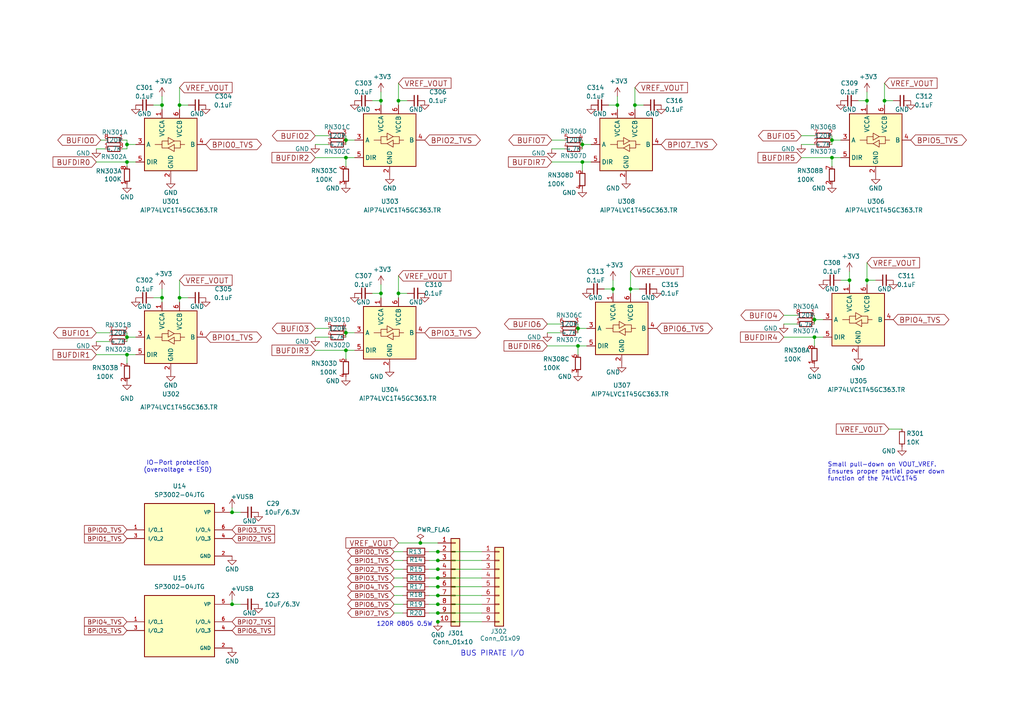
<source format=kicad_sch>
(kicad_sch (version 20250114) (generator "eeschema") (generator_version "9.0")
  (paper "A4")
  (text "120R 0805 0.5W" (at 117.348 181.102 0) (effects (font (size 1.27 1.27))))
  (text "Small pull-down on VOUT_VREF.\nEnsures proper partial power down \nfunction of the 74LVC1T45" (at 240.03 139.7 0) (effects (font (size 1.27 1.27)) (justify left bottom)))
  (text "BUS PIRATE I/O" (at 152.146 190.5 0) (effects (font (size 1.524 1.524)) (justify right bottom)))
  (text "IO-Port protection\n(overvoltage + ESD)" (at 51.562 135.382 0) (effects (font (size 1.27 1.27))))
  (junction (at 167.64 100.33))
  (junction (at 251.46 81.28))
  (junction (at 100.33 40.64))
  (junction (at 67.31 175.26))
  (junction (at 52.07 30.48))
  (junction (at 115.57 29.21))
  (junction (at 36.83 41.91))
  (junction (at 127 167.64))
  (junction (at 52.07 86.36))
  (junction (at 115.57 85.09))
  (junction (at 246.38 81.28))
  (junction (at 127 172.72))
  (junction (at 46.99 30.48))
  (junction (at 127 177.8))
  (junction (at 36.83 46.99))
  (junction (at 127 160.02))
  (junction (at 100.33 96.52))
  (junction (at 127 162.56))
  (junction (at 168.91 41.91))
  (junction (at 241.3 40.64))
  (junction (at 127 180.34))
  (junction (at 36.83 102.87))
  (junction (at 236.22 97.79))
  (junction (at 179.07 30.48))
  (junction (at 182.88 83.82))
  (junction (at 127 170.18))
  (junction (at 168.91 46.99))
  (junction (at 36.83 97.79))
  (junction (at 110.49 85.09))
  (junction (at 241.3 45.72))
  (junction (at 167.64 95.25))
  (junction (at 110.49 29.21))
  (junction (at 184.15 30.48))
  (junction (at 67.31 148.59))
  (junction (at 121.92 157.48))
  (junction (at 236.22 92.71))
  (junction (at 256.54 29.21))
  (junction (at 100.33 101.6))
  (junction (at 46.99 86.36))
  (junction (at 177.8 83.82))
  (junction (at 251.46 29.21))
  (junction (at 127 175.26))
  (junction (at 127 165.1))
  (junction (at 100.33 45.72))
  (wire (pts (xy 236.22 41.91) (xy 232.41 41.91)))
  (wire (pts (xy 110.49 30.48) (xy 110.49 29.21)))
  (wire (pts (xy 259.08 29.21) (xy 256.54 29.21)))
  (wire (pts (xy 127 177.8) (xy 139.7 177.8)))
  (wire (pts (xy 39.37 97.79) (xy 36.83 97.79)))
  (wire (pts (xy 114.3 177.8) (xy 116.84 177.8)))
  (wire (pts (xy 52.07 81.28) (xy 52.07 86.36)))
  (wire (pts (xy 139.7 160.02) (xy 127 160.02)))
  (wire (pts (xy 36.83 102.87) (xy 27.94 102.87)))
  (wire (pts (xy 241.3 45.72) (xy 241.3 48.26)))
  (wire (pts (xy 176.53 30.48) (xy 179.07 30.48)))
  (wire (pts (xy 36.83 99.06) (xy 36.83 97.79)))
  (wire (pts (xy 170.18 100.33) (xy 167.64 100.33)))
  (wire (pts (xy 236.22 92.71) (xy 236.22 91.44)))
  (wire (pts (xy 163.83 40.64) (xy 160.02 40.64)))
  (wire (pts (xy 124.46 170.18) (xy 127 170.18)))
  (wire (pts (xy 162.56 96.52) (xy 158.75 96.52)))
  (wire (pts (xy 100.33 45.72) (xy 100.33 48.26)))
  (wire (pts (xy 100.33 45.72) (xy 91.44 45.72)))
  (wire (pts (xy 238.76 97.79) (xy 236.22 97.79)))
  (wire (pts (xy 127 172.72) (xy 139.7 172.72)))
  (wire (pts (xy 69.85 175.26) (xy 67.31 175.26)))
  (wire (pts (xy 52.07 31.75) (xy 52.07 30.48)))
  (wire (pts (xy 243.84 81.28) (xy 246.38 81.28)))
  (wire (pts (xy 168.91 46.99) (xy 168.91 49.53)))
  (wire (pts (xy 110.49 29.21) (xy 110.49 26.67)))
  (wire (pts (xy 167.64 100.33) (xy 167.64 102.87)))
  (wire (pts (xy 54.61 30.48) (xy 52.07 30.48)))
  (wire (pts (xy 177.8 83.82) (xy 177.8 81.28)))
  (wire (pts (xy 46.99 31.75) (xy 46.99 30.48)))
  (wire (pts (xy 95.25 95.25) (xy 91.44 95.25)))
  (wire (pts (xy 36.83 97.79) (xy 36.83 96.52)))
  (wire (pts (xy 241.3 41.91) (xy 241.3 40.64)))
  (wire (pts (xy 168.91 46.99) (xy 160.02 46.99)))
  (wire (pts (xy 236.22 39.37) (xy 232.41 39.37)))
  (wire (pts (xy 118.11 85.09) (xy 115.57 85.09)))
  (wire (pts (xy 236.22 93.98) (xy 236.22 92.71)))
  (wire (pts (xy 171.45 46.99) (xy 168.91 46.99)))
  (wire (pts (xy 170.18 95.25) (xy 167.64 95.25)))
  (wire (pts (xy 124.46 167.64) (xy 127 167.64)))
  (wire (pts (xy 36.83 48.26) (xy 36.83 46.99)))
  (wire (pts (xy 114.3 175.26) (xy 116.84 175.26)))
  (wire (pts (xy 115.57 86.36) (xy 115.57 85.09)))
  (wire (pts (xy 175.26 83.82) (xy 177.8 83.82)))
  (wire (pts (xy 114.3 172.72) (xy 116.84 172.72)))
  (wire (pts (xy 114.3 170.18) (xy 116.84 170.18)))
  (wire (pts (xy 231.14 91.44) (xy 227.33 91.44)))
  (wire (pts (xy 67.31 147.32) (xy 67.31 148.59)))
  (wire (pts (xy 54.61 86.36) (xy 52.07 86.36)))
  (wire (pts (xy 115.57 30.48) (xy 115.57 29.21)))
  (wire (pts (xy 246.38 81.28) (xy 246.38 78.74)))
  (wire (pts (xy 115.57 80.01) (xy 115.57 85.09)))
  (wire (pts (xy 124.46 177.8) (xy 127 177.8)))
  (wire (pts (xy 179.07 30.48) (xy 179.07 27.94)))
  (wire (pts (xy 44.45 30.48) (xy 46.99 30.48)))
  (wire (pts (xy 162.56 93.98) (xy 158.75 93.98)))
  (wire (pts (xy 36.83 43.18) (xy 35.56 43.18)))
  (wire (pts (xy 243.84 40.64) (xy 241.3 40.64)))
  (wire (pts (xy 124.46 172.72) (xy 127 172.72)))
  (wire (pts (xy 100.33 101.6) (xy 91.44 101.6)))
  (wire (pts (xy 31.75 96.52) (xy 27.94 96.52)))
  (wire (pts (xy 243.84 45.72) (xy 241.3 45.72)))
  (wire (pts (xy 257.81 124.46) (xy 261.62 124.46)))
  (wire (pts (xy 102.87 40.64) (xy 100.33 40.64)))
  (wire (pts (xy 46.99 87.63) (xy 46.99 86.36)))
  (wire (pts (xy 39.37 102.87) (xy 36.83 102.87)))
  (wire (pts (xy 177.8 85.09) (xy 177.8 83.82)))
  (wire (pts (xy 118.11 29.21) (xy 115.57 29.21)))
  (wire (pts (xy 67.31 173.99) (xy 67.31 175.26)))
  (wire (pts (xy 95.25 39.37) (xy 91.44 39.37)))
  (wire (pts (xy 110.49 86.36) (xy 110.49 85.09)))
  (wire (pts (xy 171.45 41.91) (xy 168.91 41.91)))
  (wire (pts (xy 179.07 31.75) (xy 179.07 30.48)))
  (wire (pts (xy 115.57 24.13) (xy 115.57 29.21)))
  (wire (pts (xy 115.57 157.48) (xy 121.92 157.48)))
  (wire (pts (xy 231.14 93.98) (xy 227.33 93.98)))
  (wire (pts (xy 27.94 46.99) (xy 36.83 46.99)))
  (wire (pts (xy 30.48 40.64) (xy 29.21 40.64)))
  (wire (pts (xy 95.25 97.79) (xy 91.44 97.79)))
  (wire (pts (xy 114.3 167.64) (xy 116.84 167.64)))
  (wire (pts (xy 127 180.34) (xy 139.7 180.34)))
  (wire (pts (xy 168.91 41.91) (xy 168.91 40.64)))
  (wire (pts (xy 241.3 45.72) (xy 232.41 45.72)))
  (wire (pts (xy 124.46 160.02) (xy 127 160.02)))
  (wire (pts (xy 251.46 30.48) (xy 251.46 29.21)))
  (wire (pts (xy 114.3 162.56) (xy 116.84 162.56)))
  (wire (pts (xy 107.95 85.09) (xy 110.49 85.09)))
  (wire (pts (xy 100.33 41.91) (xy 100.33 40.64)))
  (wire (pts (xy 36.83 40.64) (xy 35.56 40.64)))
  (wire (pts (xy 102.87 45.72) (xy 100.33 45.72)))
  (wire (pts (xy 163.83 43.18) (xy 160.02 43.18)))
  (wire (pts (xy 127 167.64) (xy 139.7 167.64)))
  (wire (pts (xy 27.94 43.18) (xy 30.48 43.18)))
  (wire (pts (xy 100.33 40.64) (xy 100.33 39.37)))
  (wire (pts (xy 238.76 92.71) (xy 236.22 92.71)))
  (wire (pts (xy 254 81.28) (xy 251.46 81.28)))
  (wire (pts (xy 251.46 29.21) (xy 251.46 26.67)))
  (wire (pts (xy 114.3 165.1) (xy 116.84 165.1)))
  (wire (pts (xy 127 165.1) (xy 139.7 165.1)))
  (wire (pts (xy 124.46 165.1) (xy 127 165.1)))
  (wire (pts (xy 100.33 96.52) (xy 100.33 95.25)))
  (wire (pts (xy 31.75 99.06) (xy 27.94 99.06)))
  (wire (pts (xy 167.64 96.52) (xy 167.64 95.25)))
  (wire (pts (xy 168.91 43.18) (xy 168.91 41.91)))
  (wire (pts (xy 52.07 87.63) (xy 52.07 86.36)))
  (wire (pts (xy 256.54 24.13) (xy 256.54 29.21)))
  (wire (pts (xy 182.88 78.74) (xy 182.88 83.82)))
  (wire (pts (xy 185.42 83.82) (xy 182.88 83.82)))
  (wire (pts (xy 52.07 25.4) (xy 52.07 30.48)))
  (wire (pts (xy 167.64 100.33) (xy 158.75 100.33)))
  (wire (pts (xy 46.99 86.36) (xy 46.99 83.82)))
  (wire (pts (xy 36.83 102.87) (xy 36.83 105.41)))
  (wire (pts (xy 246.38 82.55) (xy 246.38 81.28)))
  (wire (pts (xy 236.22 97.79) (xy 227.33 97.79)))
  (wire (pts (xy 36.83 43.18) (xy 36.83 41.91)))
  (wire (pts (xy 236.22 97.79) (xy 236.22 100.33)))
  (wire (pts (xy 46.99 30.48) (xy 46.99 27.94)))
  (wire (pts (xy 124.46 162.56) (xy 127 162.56)))
  (wire (pts (xy 100.33 101.6) (xy 100.33 104.14)))
  (wire (pts (xy 251.46 76.2) (xy 251.46 81.28)))
  (wire (pts (xy 95.25 41.91) (xy 91.44 41.91)))
  (wire (pts (xy 102.87 96.52) (xy 100.33 96.52)))
  (wire (pts (xy 241.3 40.64) (xy 241.3 39.37)))
  (wire (pts (xy 36.83 41.91) (xy 36.83 40.64)))
  (wire (pts (xy 121.92 157.48) (xy 127 157.48)))
  (wire (pts (xy 44.45 86.36) (xy 46.99 86.36)))
  (wire (pts (xy 100.33 97.79) (xy 100.33 96.52)))
  (wire (pts (xy 114.3 160.02) (xy 116.84 160.02)))
  (wire (pts (xy 167.64 95.25) (xy 167.64 93.98)))
  (wire (pts (xy 127 170.18) (xy 139.7 170.18)))
  (wire (pts (xy 186.69 30.48) (xy 184.15 30.48)))
  (wire (pts (xy 184.15 25.4) (xy 184.15 30.48)))
  (wire (pts (xy 124.46 175.26) (xy 127 175.26)))
  (wire (pts (xy 127 175.26) (xy 139.7 175.26)))
  (wire (pts (xy 127 162.56) (xy 139.7 162.56)))
  (wire (pts (xy 107.95 29.21) (xy 110.49 29.21)))
  (wire (pts (xy 248.92 29.21) (xy 251.46 29.21)))
  (wire (pts (xy 69.85 148.59) (xy 67.31 148.59)))
  (wire (pts (xy 184.15 31.75) (xy 184.15 30.48)))
  (wire (pts (xy 102.87 101.6) (xy 100.33 101.6)))
  (wire (pts (xy 256.54 30.48) (xy 256.54 29.21)))
  (wire (pts (xy 36.83 46.99) (xy 39.37 46.99)))
  (wire (pts (xy 182.88 85.09) (xy 182.88 83.82)))
  (wire (pts (xy 39.37 41.91) (xy 36.83 41.91)))
  (wire (pts (xy 251.46 82.55) (xy 251.46 81.28)))
  (wire (pts (xy 110.49 85.09) (xy 110.49 82.55)))
  (global_label "BPIO2_TVS" (shape bidirectional) (at 123.19 40.64 0) (effects (font (size 1.524 1.524))) (property "Intersheetrefs" "${INTERSHEET_REFS}" (effects (hide yes))))
  (global_label "BPIO0_TVS" (shape bidirectional) (at 59.69 41.91 0) (effects (font (size 1.524 1.524))) (property "Intersheetrefs" "${INTERSHEET_REFS}" (effects (hide yes))))
  (global_label "BPIO7_TVS" (shape bidirectional) (at 191.77 41.91 0) (effects (font (size 1.524 1.524))) (property "Intersheetrefs" "${INTERSHEET_REFS}" (effects (hide yes))))
  (global_label "BUFDIR0" (shape input) (at 27.94 46.99 180) (effects (font (size 1.524 1.524))) (property "Intersheetrefs" "${INTERSHEET_REFS}" (effects (hide yes))))
  (global_label "BUFIO5" (shape bidirectional) (at 232.41 39.37 180) (effects (font (size 1.524 1.524))) (property "Intersheetrefs" "${INTERSHEET_REFS}" (effects (hide yes))))
  (global_label "BUFIO3" (shape bidirectional) (at 91.44 95.25 180) (effects (font (size 1.524 1.524))) (property "Intersheetrefs" "${INTERSHEET_REFS}" (effects (hide yes))))
  (global_label "VREF_VOUT" (shape input) (at 115.57 157.48 180) (effects (font (size 1.524 1.524))) (property "Intersheetrefs" "${INTERSHEET_REFS}" (effects (hide yes))))
  (global_label "BUFDIR4" (shape input) (at 227.33 97.79 180) (effects (font (size 1.524 1.524))) (property "Intersheetrefs" "${INTERSHEET_REFS}" (effects (hide yes))))
  (global_label "BUFIO0" (shape bidirectional) (at 29.21 40.64 180) (effects (font (size 1.524 1.524))) (property "Intersheetrefs" "${INTERSHEET_REFS}" (effects (hide yes))))
  (global_label "BPIO7_TVS" (shape input) (at 67.31 180.34 0) (property "Intersheetrefs" "${INTERSHEET_REFS}" (effects (hide yes))))
  (global_label "VREF_VOUT" (shape input) (at 115.57 80.01 0) (effects (font (size 1.524 1.524))) (property "Intersheetrefs" "${INTERSHEET_REFS}" (effects (hide yes))))
  (global_label "BPIO3_TVS" (shape input) (at 67.31 153.67 0) (property "Intersheetrefs" "${INTERSHEET_REFS}" (effects (hide yes))))
  (global_label "BUFIO2" (shape bidirectional) (at 91.44 39.37 180) (effects (font (size 1.524 1.524))) (property "Intersheetrefs" "${INTERSHEET_REFS}" (effects (hide yes))))
  (global_label "BUFDIR3" (shape input) (at 91.44 101.6 180) (effects (font (size 1.524 1.524))) (property "Intersheetrefs" "${INTERSHEET_REFS}" (effects (hide yes))))
  (global_label "BPIO5_TVS" (shape input) (at 36.83 182.88 180) (property "Intersheetrefs" "${INTERSHEET_REFS}" (effects (hide yes))))
  (global_label "BUFIO4" (shape bidirectional) (at 227.33 91.44 180) (effects (font (size 1.524 1.524))) (property "Intersheetrefs" "${INTERSHEET_REFS}" (effects (hide yes))))
  (global_label "BPIO5_TVS" (shape bidirectional) (at 264.16 40.64 0) (effects (font (size 1.524 1.524))) (property "Intersheetrefs" "${INTERSHEET_REFS}" (effects (hide yes))))
  (global_label "BUFDIR2" (shape input) (at 91.44 45.72 180) (effects (font (size 1.524 1.524))) (property "Intersheetrefs" "${INTERSHEET_REFS}" (effects (hide yes))))
  (global_label "BPIO6_TVS" (shape input) (at 67.31 182.88 0) (property "Intersheetrefs" "${INTERSHEET_REFS}" (effects (hide yes))))
  (global_label "BPIO1_TVS" (shape bidirectional) (at 59.69 97.79 0) (effects (font (size 1.524 1.524))) (property "Intersheetrefs" "${INTERSHEET_REFS}" (effects (hide yes))))
  (global_label "BPIO1_TVS" (shape bidirectional) (at 114.3 162.56 180) (property "Intersheetrefs" "${INTERSHEET_REFS}" (effects (hide yes))))
  (global_label "VREF_VOUT" (shape input) (at 52.07 25.4 0) (effects (font (size 1.524 1.524))) (property "Intersheetrefs" "${INTERSHEET_REFS}" (effects (hide yes))))
  (global_label "BPIO4_TVS" (shape input) (at 36.83 180.34 180) (property "Intersheetrefs" "${INTERSHEET_REFS}" (effects (hide yes))))
  (global_label "VREF_VOUT" (shape input) (at 115.57 24.13 0) (effects (font (size 1.524 1.524))) (property "Intersheetrefs" "${INTERSHEET_REFS}" (effects (hide yes))))
  (global_label "BPIO4_TVS" (shape bidirectional) (at 114.3 170.18 180) (property "Intersheetrefs" "${INTERSHEET_REFS}" (effects (hide yes))))
  (global_label "BPIO4_TVS" (shape bidirectional) (at 259.08 92.71 0) (effects (font (size 1.524 1.524))) (property "Intersheetrefs" "${INTERSHEET_REFS}" (effects (hide yes))))
  (global_label "VREF_VOUT" (shape input) (at 257.81 124.46 180) (effects (font (size 1.524 1.524))) (property "Intersheetrefs" "${INTERSHEET_REFS}" (effects (hide yes))))
  (global_label "BPIO6_TVS" (shape bidirectional) (at 114.3 175.26 180) (property "Intersheetrefs" "${INTERSHEET_REFS}" (effects (hide yes))))
  (global_label "VREF_VOUT" (shape input) (at 184.15 25.4 0) (effects (font (size 1.524 1.524))) (property "Intersheetrefs" "${INTERSHEET_REFS}" (effects (hide yes))))
  (global_label "BPIO1_TVS" (shape input) (at 36.83 156.21 180) (property "Intersheetrefs" "${INTERSHEET_REFS}" (effects (hide yes))))
  (global_label "VREF_VOUT" (shape input) (at 182.88 78.74 0) (effects (font (size 1.524 1.524))) (property "Intersheetrefs" "${INTERSHEET_REFS}" (effects (hide yes))))
  (global_label "BPIO6_TVS" (shape bidirectional) (at 190.5 95.25 0) (effects (font (size 1.524 1.524))) (property "Intersheetrefs" "${INTERSHEET_REFS}" (effects (hide yes))))
  (global_label "BPIO3_TVS" (shape bidirectional) (at 123.19 96.52 0) (effects (font (size 1.524 1.524))) (property "Intersheetrefs" "${INTERSHEET_REFS}" (effects (hide yes))))
  (global_label "BUFIO1" (shape bidirectional) (at 27.94 96.52 180) (effects (font (size 1.524 1.524))) (property "Intersheetrefs" "${INTERSHEET_REFS}" (effects (hide yes))))
  (global_label "BUFDIR5" (shape input) (at 232.41 45.72 180) (effects (font (size 1.524 1.524))) (property "Intersheetrefs" "${INTERSHEET_REFS}" (effects (hide yes))))
  (global_label "VREF_VOUT" (shape input) (at 256.54 24.13 0) (effects (font (size 1.524 1.524))) (property "Intersheetrefs" "${INTERSHEET_REFS}" (effects (hide yes))))
  (global_label "BUFIO7" (shape bidirectional) (at 160.02 40.64 180) (effects (font (size 1.524 1.524))) (property "Intersheetrefs" "${INTERSHEET_REFS}" (effects (hide yes))))
  (global_label "VREF_VOUT" (shape input) (at 52.07 81.28 0) (effects (font (size 1.524 1.524))) (property "Intersheetrefs" "${INTERSHEET_REFS}" (effects (hide yes))))
  (global_label "BPIO3_TVS" (shape bidirectional) (at 114.3 167.64 180) (property "Intersheetrefs" "${INTERSHEET_REFS}" (effects (hide yes))))
  (global_label "BUFDIR1" (shape input) (at 27.94 102.87 180) (effects (font (size 1.524 1.524))) (property "Intersheetrefs" "${INTERSHEET_REFS}" (effects (hide yes))))
  (global_label "BUFDIR6" (shape input) (at 158.75 100.33 180) (effects (font (size 1.524 1.524))) (property "Intersheetrefs" "${INTERSHEET_REFS}" (effects (hide yes))))
  (global_label "VREF_VOUT" (shape input) (at 251.46 76.2 0) (effects (font (size 1.524 1.524))) (property "Intersheetrefs" "${INTERSHEET_REFS}" (effects (hide yes))))
  (global_label "BPIO7_TVS" (shape bidirectional) (at 114.3 177.8 180) (property "Intersheetrefs" "${INTERSHEET_REFS}" (effects (hide yes))))
  (global_label "BPIO2_TVS" (shape input) (at 67.31 156.21 0) (property "Intersheetrefs" "${INTERSHEET_REFS}" (effects (hide yes))))
  (global_label "BUFIO6" (shape bidirectional) (at 158.75 93.98 180) (effects (font (size 1.524 1.524))) (property "Intersheetrefs" "${INTERSHEET_REFS}" (effects (hide yes))))
  (global_label "BPIO0_TVS" (shape bidirectional) (at 114.3 160.02 180) (property "Intersheetrefs" "${INTERSHEET_REFS}" (effects (hide yes))))
  (global_label "BPIO2_TVS" (shape bidirectional) (at 114.3 165.1 180) (property "Intersheetrefs" "${INTERSHEET_REFS}" (effects (hide yes))))
  (global_label "BPIO5_TVS" (shape bidirectional) (at 114.3 172.72 180) (property "Intersheetrefs" "${INTERSHEET_REFS}" (effects (hide yes))))
  (global_label "BPIO0_TVS" (shape input) (at 36.83 153.67 180) (property "Intersheetrefs" "${INTERSHEET_REFS}" (effects (hide yes))))
  (global_label "BUFDIR7" (shape input) (at 160.02 46.99 180) (effects (font (size 1.524 1.524))) (property "Intersheetrefs" "${INTERSHEET_REFS}" (effects (hide yes))))
  (symbol (lib_id "power:+3V3") (at 46.99 27.94 0) (unit 1)
    (property "Reference" "#PWR0310" (effects (hide yes)))
    (property "Value" "+3V3" (at 47.371 23.5458 0))
  )
  (symbol (lib_id "Device:C_Small") (at 57.15 30.48 90) (unit 1)
    (property "Reference" "C304" (at 64.77 27.94 90))
    (property "Value" "0.1uF" (at 64.77 30.48 90))
    (property "Footprint" "Capacitor_SMD:C_0402_1005Metric" (effects (hide yes)))
    (property "RMB" "0.00628" (effects (hide yes)))
    (property "Supplier" "https://item.szlcsc.com/1877.html" (effects (hide yes)))
    (property "szlcsc_partnumber" "C1525" (effects (hide yes)))
    (property "szlcsc_url" "https://item.szlcsc.com/1877.html?fromZone=s_s__%25220.1uF%25200402%2522&spm=sc.gb.xh2.zy.n&lcsc_vid=RlENUlJWE1QKBlBWRAVaUFNTT1leBQZXRFNcVAVQQVAxVlNSRFRfXlBUQ1ZeVzsOAxUeFF5JWAgaAglIBBsCBBcFWQIBCks%3D" (effects (hide yes)))
  )
  (symbol (lib_id "power:GND") (at 39.37 30.48 0) (unit 1)
    (property "Reference" "#PWR0307" (effects (hide yes)))
    (property "Value" "GND" (at 41.91 33.02 0))
  )
  (symbol (lib_id "power:GND") (at 59.69 30.48 0) (unit 1)
    (property "Reference" "#PWR0316" (effects (hide yes)))
    (property "Value" "GND" (at 57.15 33.02 0))
  )
  (symbol (lib_id "power:GND") (at 49.53 52.07 0) (unit 1)
    (property "Reference" "#PWR0313" (effects (hide yes)))
    (property "Value" "GND" (at 49.53 55.88 0))
  )
  (symbol (lib_id "power:GND") (at 27.94 43.18 0) (unit 1)
    (property "Reference" "#PWR0301" (effects (hide yes)))
    (property "Value" "GND" (at 24.13 44.45 0))
  )
  (symbol (lib_id "power:GND") (at 36.83 53.34 0) (unit 1)
    (property "Reference" "#PWR0304" (effects (hide yes)))
    (property "Value" "GND" (at 36.83 57.15 0))
  )
  (symbol (lib_id "Device:C_Small") (at 41.91 86.36 90) (unit 1)
    (property "Reference" "C302" (at 41.91 81.28 90))
    (property "Value" "0.1uF" (at 41.91 83.82 90))
    (property "Footprint" "Capacitor_SMD:C_0402_1005Metric" (effects (hide yes)))
    (property "RMB" "0.00628" (effects (hide yes)))
    (property "Supplier" "https://item.szlcsc.com/1877.html" (effects (hide yes)))
    (property "szlcsc_partnumber" "C1525" (effects (hide yes)))
    (property "szlcsc_url" "https://item.szlcsc.com/1877.html?fromZone=s_s__%25220.1uF%25200402%2522&spm=sc.gb.xh2.zy.n&lcsc_vid=RlENUlJWE1QKBlBWRAVaUFNTT1leBQZXRFNcVAVQQVAxVlNSRFRfXlBUQ1ZeVzsOAxUeFF5JWAgaAglIBBsCBBcFWQIBCks%3D" (effects (hide yes)))
  )
  (symbol (lib_id "Logic_LevelTranslator:SN74LVC1T45DCK") (at 49.53 97.79 0) (unit 1)
    (property "Reference" "U302" (at 46.99 114.3 0) (effects (justify left)))
    (property "Value" "AiP74LVC1T45GC363.TR" (at 40.64 118.11 0) (effects (justify left)))
    (property "Footprint" "Package_TO_SOT_SMD:SOT-363_SC-70-6" (effects (hide yes)))
    (property "Datasheet" "http://www.ti.com/lit/ds/symlink/sn74lvc1t45.pdf" (effects (hide yes)))
    (property "RMB" "1.33" (effects (hide yes)))
    (property "Supplier" "https://item.szlcsc.com/9911.html" (effects (hide yes)))
    (property "szlcsc_partnumber" "C5162250" (effects (hide yes)))
    (property "szlcsc_url" "https://item.szlcsc.com/5810901.html?fromZone=s_s__%2522AiP74LVC1T45GC363.TR%2522&spm=sc.gb.xh1.zy.n___sc.gb.hd.ss&lcsc_vid=RlENUlJWE1QKBlBWRAVaUFNTT1leBQZXRFNcVAVQQVAxVlNSRFRcV1ZTQFNZVDsOAxUeFF5JWAgaAglIBBsCBBcFWQIBCks%3D" (effects (hide yes)))
  )
  (symbol (lib_id "power:+3V3") (at 46.99 83.82 0) (unit 1)
    (property "Reference" "#PWR0311" (effects (hide yes)))
    (property "Value" "+3V3" (at 47.371 79.4258 0))
  )
  (symbol (lib_id "Device:C_Small") (at 57.15 86.36 90) (unit 1)
    (property "Reference" "C305" (at 64.77 83.82 90))
    (property "Value" "0.1uF" (at 64.77 86.36 90))
    (property "Footprint" "Capacitor_SMD:C_0402_1005Metric" (effects (hide yes)))
    (property "RMB" "0.00628" (effects (hide yes)))
    (property "Supplier" "https://item.szlcsc.com/1877.html" (effects (hide yes)))
    (property "szlcsc_partnumber" "C1525" (effects (hide yes)))
    (property "szlcsc_url" "https://item.szlcsc.com/1877.html?fromZone=s_s__%25220.1uF%25200402%2522&spm=sc.gb.xh2.zy.n&lcsc_vid=RlENUlJWE1QKBlBWRAVaUFNTT1leBQZXRFNcVAVQQVAxVlNSRFRfXlBUQ1ZeVzsOAxUeFF5JWAgaAglIBBsCBBcFWQIBCks%3D" (effects (hide yes)))
  )
  (symbol (lib_id "power:GND") (at 39.37 86.36 0) (unit 1)
    (property "Reference" "#PWR0308" (effects (hide yes)))
    (property "Value" "GND" (at 41.91 88.9 0))
  )
  (symbol (lib_id "power:GND") (at 59.69 86.36 0) (unit 1)
    (property "Reference" "#PWR0318" (effects (hide yes)))
    (property "Value" "GND" (at 57.15 88.9 0))
  )
  (symbol (lib_id "power:GND") (at 49.53 107.95 0) (unit 1)
    (property "Reference" "#PWR0314" (effects (hide yes)))
    (property "Value" "GND" (at 49.53 111.76 0))
  )
  (symbol (lib_id "power:GND") (at 27.94 99.06 0) (unit 1)
    (property "Reference" "#PWR0302" (effects (hide yes)))
    (property "Value" "GND" (at 24.13 100.33 0))
  )
  (symbol (lib_id "power:GND") (at 36.83 110.49 0) (unit 1)
    (property "Reference" "#PWR0305" (effects (hide yes)))
    (property "Value" "GND" (at 36.83 115.57 0))
  )
  (symbol (lib_id "Device:C_Small") (at 105.41 29.21 90) (unit 1)
    (property "Reference" "C303" (at 105.41 24.13 90))
    (property "Value" "0.1uF" (at 105.41 26.67 90))
    (property "Footprint" "Capacitor_SMD:C_0402_1005Metric" (effects (hide yes)))
    (property "RMB" "0.00628" (effects (hide yes)))
    (property "Supplier" "https://item.szlcsc.com/1877.html" (effects (hide yes)))
    (property "szlcsc_partnumber" "C1525" (effects (hide yes)))
    (property "szlcsc_url" "https://item.szlcsc.com/1877.html?fromZone=s_s__%25220.1uF%25200402%2522&spm=sc.gb.xh2.zy.n&lcsc_vid=RlENUlJWE1QKBlBWRAVaUFNTT1leBQZXRFNcVAVQQVAxVlNSRFRfXlBUQ1ZeVzsOAxUeFF5JWAgaAglIBBsCBBcFWQIBCks%3D" (effects (hide yes)))
  )
  (symbol (lib_id "Logic_LevelTranslator:SN74LVC1T45DCK") (at 113.03 40.64 0) (unit 1)
    (property "Reference" "U303" (at 110.49 58.42 0) (effects (justify left)))
    (property "Value" "AiP74LVC1T45GC363.TR" (at 105.41 60.96 0) (effects (justify left)))
    (property "Footprint" "Package_TO_SOT_SMD:SOT-363_SC-70-6" (effects (hide yes)))
    (property "Datasheet" "http://www.ti.com/lit/ds/symlink/sn74lvc1t45.pdf" (effects (hide yes)))
    (property "RMB" "1.33" (effects (hide yes)))
    (property "Supplier" "https://item.szlcsc.com/9911.html" (effects (hide yes)))
    (property "szlcsc_partnumber" "C5162250" (effects (hide yes)))
    (property "szlcsc_url" "https://item.szlcsc.com/5810901.html?fromZone=s_s__%2522AiP74LVC1T45GC363.TR%2522&spm=sc.gb.xh1.zy.n___sc.gb.hd.ss&lcsc_vid=RlENUlJWE1QKBlBWRAVaUFNTT1leBQZXRFNcVAVQQVAxVlNSRFRcV1ZTQFNZVDsOAxUeFF5JWAgaAglIBBsCBBcFWQIBCks%3D" (effects (hide yes)))
  )
  (symbol (lib_id "power:+3V3") (at 110.49 26.67 0) (unit 1)
    (property "Reference" "#PWR0312" (effects (hide yes)))
    (property "Value" "+3V3" (at 110.871 22.2758 0))
  )
  (symbol (lib_id "Device:C_Small") (at 120.65 29.21 90) (unit 1)
    (property "Reference" "C306" (at 127 26.67 90))
    (property "Value" "0.1uF" (at 127 29.21 90))
    (property "Footprint" "Capacitor_SMD:C_0402_1005Metric" (effects (hide yes)))
    (property "RMB" "0.00628" (effects (hide yes)))
    (property "Supplier" "https://item.szlcsc.com/1877.html" (effects (hide yes)))
    (property "szlcsc_partnumber" "C1525" (effects (hide yes)))
    (property "szlcsc_url" "https://item.szlcsc.com/1877.html?fromZone=s_s__%25220.1uF%25200402%2522&spm=sc.gb.xh2.zy.n&lcsc_vid=RlENUlJWE1QKBlBWRAVaUFNTT1leBQZXRFNcVAVQQVAxVlNSRFRfXlBUQ1ZeVzsOAxUeFF5JWAgaAglIBBsCBBcFWQIBCks%3D" (effects (hide yes)))
  )
  (symbol (lib_id "power:GND") (at 102.87 29.21 0) (unit 1)
    (property "Reference" "#PWR0309" (effects (hide yes)))
    (property "Value" "GND" (at 105.41 31.75 0))
  )
  (symbol (lib_id "power:GND") (at 123.19 29.21 0) (unit 1)
    (property "Reference" "#PWR0320" (effects (hide yes)))
    (property "Value" "GND" (at 120.65 31.75 0))
  )
  (symbol (lib_id "power:GND") (at 113.03 50.8 0) (unit 1)
    (property "Reference" "#PWR0315" (effects (hide yes)))
    (property "Value" "GND" (at 113.03 54.61 0))
  )
  (symbol (lib_id "power:GND") (at 91.44 41.91 0) (unit 1)
    (property "Reference" "#PWR0303" (effects (hide yes)))
    (property "Value" "GND" (at 87.63 43.18 0))
  )
  (symbol (lib_id "power:GND") (at 100.33 53.34 0) (unit 1)
    (property "Reference" "#PWR0306" (effects (hide yes)))
    (property "Value" "GND" (at 96.52 54.61 0))
  )
  (symbol (lib_id "Device:C_Small") (at 105.41 85.09 90) (unit 1)
    (property "Reference" "C307" (at 105.41 80.01 90))
    (property "Value" "0.1uF" (at 105.41 82.55 90))
    (property "Footprint" "Capacitor_SMD:C_0402_1005Metric" (effects (hide yes)))
    (property "RMB" "0.00628" (effects (hide yes)))
    (property "Supplier" "https://item.szlcsc.com/1877.html" (effects (hide yes)))
    (property "szlcsc_partnumber" "C1525" (effects (hide yes)))
    (property "szlcsc_url" "https://item.szlcsc.com/1877.html?fromZone=s_s__%25220.1uF%25200402%2522&spm=sc.gb.xh2.zy.n&lcsc_vid=RlENUlJWE1QKBlBWRAVaUFNTT1leBQZXRFNcVAVQQVAxVlNSRFRfXlBUQ1ZeVzsOAxUeFF5JWAgaAglIBBsCBBcFWQIBCks%3D" (effects (hide yes)))
  )
  (symbol (lib_id "Logic_LevelTranslator:SN74LVC1T45DCK") (at 113.03 96.52 0) (unit 1)
    (property "Reference" "U304" (at 110.49 113.03 0) (effects (justify left)))
    (property "Value" "AiP74LVC1T45GC363.TR" (at 104.14 115.57 0) (effects (justify left)))
    (property "Footprint" "Package_TO_SOT_SMD:SOT-363_SC-70-6" (effects (hide yes)))
    (property "Datasheet" "http://www.ti.com/lit/ds/symlink/sn74lvc1t45.pdf" (effects (hide yes)))
    (property "RMB" "1.33" (effects (hide yes)))
    (property "Supplier" "https://item.szlcsc.com/9911.html" (effects (hide yes)))
    (property "szlcsc_partnumber" "C5162250" (effects (hide yes)))
    (property "szlcsc_url" "https://item.szlcsc.com/5810901.html?fromZone=s_s__%2522AiP74LVC1T45GC363.TR%2522&spm=sc.gb.xh1.zy.n___sc.gb.hd.ss&lcsc_vid=RlENUlJWE1QKBlBWRAVaUFNTT1leBQZXRFNcVAVQQVAxVlNSRFRcV1ZTQFNZVDsOAxUeFF5JWAgaAglIBBsCBBcFWQIBCks%3D" (effects (hide yes)))
  )
  (symbol (lib_id "power:+3V3") (at 110.49 82.55 0) (unit 1)
    (property "Reference" "#PWR0331" (effects (hide yes)))
    (property "Value" "+3V3" (at 110.871 78.1558 0))
  )
  (symbol (lib_id "Device:C_Small") (at 120.65 85.09 90) (unit 1)
    (property "Reference" "C310" (at 125.73 82.55 90))
    (property "Value" "0.1uF" (at 125.73 85.09 90))
    (property "Footprint" "Capacitor_SMD:C_0402_1005Metric" (effects (hide yes)))
    (property "RMB" "0.00628" (effects (hide yes)))
    (property "Supplier" "https://item.szlcsc.com/1877.html" (effects (hide yes)))
    (property "szlcsc_partnumber" "C1525" (effects (hide yes)))
    (property "szlcsc_url" "https://item.szlcsc.com/1877.html?fromZone=s_s__%25220.1uF%25200402%2522&spm=sc.gb.xh2.zy.n&lcsc_vid=RlENUlJWE1QKBlBWRAVaUFNTT1leBQZXRFNcVAVQQVAxVlNSRFRfXlBUQ1ZeVzsOAxUeFF5JWAgaAglIBBsCBBcFWQIBCks%3D" (effects (hide yes)))
  )
  (symbol (lib_id "power:GND") (at 102.87 85.09 0) (unit 1)
    (property "Reference" "#PWR0327" (effects (hide yes)))
    (property "Value" "GND" (at 105.41 87.63 0))
  )
  (symbol (lib_id "power:GND") (at 123.19 85.09 0) (unit 1)
    (property "Reference" "#PWR0337" (effects (hide yes)))
    (property "Value" "GND" (at 120.65 87.63 0))
  )
  (symbol (lib_id "power:GND") (at 113.03 106.68 0) (unit 1)
    (property "Reference" "#PWR0333" (effects (hide yes)))
    (property "Value" "GND" (at 109.22 109.22 0))
  )
  (symbol (lib_id "power:GND") (at 91.44 97.79 0) (unit 1)
    (property "Reference" "#PWR0322" (effects (hide yes)))
    (property "Value" "GND" (at 87.63 99.06 0))
  )
  (symbol (lib_id "power:GND") (at 100.33 109.22 0) (unit 1)
    (property "Reference" "#PWR0325" (effects (hide yes)))
    (property "Value" "GND" (at 96.52 110.49 0))
  )
  (symbol (lib_id "Device:C_Small") (at 241.3 81.28 90) (unit 1)
    (property "Reference" "C308" (at 241.3 76.2 90))
    (property "Value" "0.1uF" (at 241.3 78.74 90))
    (property "Footprint" "Capacitor_SMD:C_0402_1005Metric" (effects (hide yes)))
    (property "RMB" "0.00628" (effects (hide yes)))
    (property "Supplier" "https://item.szlcsc.com/1877.html" (effects (hide yes)))
    (property "szlcsc_partnumber" "C1525" (effects (hide yes)))
    (property "szlcsc_url" "https://item.szlcsc.com/1877.html?fromZone=s_s__%25220.1uF%25200402%2522&spm=sc.gb.xh2.zy.n&lcsc_vid=RlENUlJWE1QKBlBWRAVaUFNTT1leBQZXRFNcVAVQQVAxVlNSRFRfXlBUQ1ZeVzsOAxUeFF5JWAgaAglIBBsCBBcFWQIBCks%3D" (effects (hide yes)))
  )
  (symbol (lib_id "Logic_LevelTranslator:SN74LVC1T45DCK") (at 248.92 92.71 0) (unit 1)
    (property "Reference" "U305" (at 246.38 110.49 0) (effects (justify left)))
    (property "Value" "AiP74LVC1T45GC363.TR" (at 240.03 113.03 0) (effects (justify left)))
    (property "Footprint" "Package_TO_SOT_SMD:SOT-363_SC-70-6" (effects (hide yes)))
    (property "Datasheet" "http://www.ti.com/lit/ds/symlink/sn74lvc1t45.pdf" (effects (hide yes)))
    (property "RMB" "1.33" (effects (hide yes)))
    (property "Supplier" "https://item.szlcsc.com/9911.html" (effects (hide yes)))
    (property "szlcsc_partnumber" "C5162250" (effects (hide yes)))
    (property "szlcsc_url" "https://item.szlcsc.com/5810901.html?fromZone=s_s__%2522AiP74LVC1T45GC363.TR%2522&spm=sc.gb.xh1.zy.n___sc.gb.hd.ss&lcsc_vid=RlENUlJWE1QKBlBWRAVaUFNTT1leBQZXRFNcVAVQQVAxVlNSRFRcV1ZTQFNZVDsOAxUeFF5JWAgaAglIBBsCBBcFWQIBCks%3D" (effects (hide yes)))
  )
  (symbol (lib_id "power:+3V3") (at 246.38 78.74 0) (unit 1)
    (property "Reference" "#PWR0332" (effects (hide yes)))
    (property "Value" "+3V3" (at 246.761 74.3458 0))
  )
  (symbol (lib_id "Device:C_Small") (at 256.54 81.28 90) (unit 1)
    (property "Reference" "C311" (at 262.89 80.01 90))
    (property "Value" "0.1uF" (at 262.89 82.55 90))
    (property "Footprint" "Capacitor_SMD:C_0402_1005Metric" (effects (hide yes)))
    (property "RMB" "0.00628" (effects (hide yes)))
    (property "Supplier" "https://item.szlcsc.com/1877.html" (effects (hide yes)))
    (property "szlcsc_partnumber" "C1525" (effects (hide yes)))
    (property "szlcsc_url" "https://item.szlcsc.com/1877.html?fromZone=s_s__%25220.1uF%25200402%2522&spm=sc.gb.xh2.zy.n&lcsc_vid=RlENUlJWE1QKBlBWRAVaUFNTT1leBQZXRFNcVAVQQVAxVlNSRFRfXlBUQ1ZeVzsOAxUeFF5JWAgaAglIBBsCBBcFWQIBCks%3D" (effects (hide yes)))
  )
  (symbol (lib_id "power:GND") (at 238.76 81.28 0) (unit 1)
    (property "Reference" "#PWR0329" (effects (hide yes)))
    (property "Value" "GND" (at 241.3 83.82 0))
  )
  (symbol (lib_id "power:GND") (at 259.08 81.28 0) (unit 1)
    (property "Reference" "#PWR0339" (effects (hide yes)))
    (property "Value" "GND" (at 256.54 83.82 0))
  )
  (symbol (lib_id "power:GND") (at 248.92 102.87 0) (unit 1)
    (property "Reference" "#PWR0335" (effects (hide yes)))
    (property "Value" "GND" (at 248.92 106.68 0))
  )
  (symbol (lib_id "power:GND") (at 227.33 93.98 0) (unit 1)
    (property "Reference" "#PWR0323" (effects (hide yes)))
    (property "Value" "GND" (at 223.52 95.25 0))
  )
  (symbol (lib_id "power:GND") (at 236.22 105.41 0) (unit 1)
    (property "Reference" "#PWR0326" (effects (hide yes)))
    (property "Value" "GND" (at 236.22 109.22 0))
  )
  (symbol (lib_id "Device:C_Small") (at 246.38 29.21 90) (unit 1)
    (property "Reference" "C309" (at 246.38 24.13 90))
    (property "Value" "0.1uF" (at 246.38 26.67 90))
    (property "Footprint" "Capacitor_SMD:C_0402_1005Metric" (effects (hide yes)))
    (property "RMB" "0.00628" (effects (hide yes)))
    (property "Supplier" "https://item.szlcsc.com/1877.html" (effects (hide yes)))
    (property "szlcsc_partnumber" "C1525" (effects (hide yes)))
    (property "szlcsc_url" "https://item.szlcsc.com/1877.html?fromZone=s_s__%25220.1uF%25200402%2522&spm=sc.gb.xh2.zy.n&lcsc_vid=RlENUlJWE1QKBlBWRAVaUFNTT1leBQZXRFNcVAVQQVAxVlNSRFRfXlBUQ1ZeVzsOAxUeFF5JWAgaAglIBBsCBBcFWQIBCks%3D" (effects (hide yes)))
  )
  (symbol (lib_id "Logic_LevelTranslator:SN74LVC1T45DCK") (at 254 40.64 0) (unit 1)
    (property "Reference" "U306" (at 251.46 58.42 0) (effects (justify left)))
    (property "Value" "AiP74LVC1T45GC363.TR" (at 245.11 60.96 0) (effects (justify left)))
    (property "Footprint" "Package_TO_SOT_SMD:SOT-363_SC-70-6" (effects (hide yes)))
    (property "Datasheet" "http://www.ti.com/lit/ds/symlink/sn74lvc1t45.pdf" (effects (hide yes)))
    (property "RMB" "1.33" (effects (hide yes)))
    (property "Supplier" "https://item.szlcsc.com/9911.html" (effects (hide yes)))
    (property "szlcsc_partnumber" "C5162250" (effects (hide yes)))
    (property "szlcsc_url" "https://item.szlcsc.com/5810901.html?fromZone=s_s__%2522AiP74LVC1T45GC363.TR%2522&spm=sc.gb.xh1.zy.n___sc.gb.hd.ss&lcsc_vid=RlENUlJWE1QKBlBWRAVaUFNTT1leBQZXRFNcVAVQQVAxVlNSRFRcV1ZTQFNZVDsOAxUeFF5JWAgaAglIBBsCBBcFWQIBCks%3D" (effects (hide yes)))
  )
  (symbol (lib_id "power:+3V3") (at 251.46 26.67 0) (unit 1)
    (property "Reference" "#PWR0334" (effects (hide yes)))
    (property "Value" "+3V3" (at 251.841 22.2758 0))
  )
  (symbol (lib_id "Device:C_Small") (at 261.62 29.21 90) (unit 1)
    (property "Reference" "C312" (at 267.97 27.94 90))
    (property "Value" "0.1uF" (at 267.97 30.48 90))
    (property "Footprint" "Capacitor_SMD:C_0402_1005Metric" (effects (hide yes)))
    (property "RMB" "0.00628" (effects (hide yes)))
    (property "Supplier" "https://item.szlcsc.com/1877.html" (effects (hide yes)))
    (property "szlcsc_partnumber" "C1525" (effects (hide yes)))
    (property "szlcsc_url" "https://item.szlcsc.com/1877.html?fromZone=s_s__%25220.1uF%25200402%2522&spm=sc.gb.xh2.zy.n&lcsc_vid=RlENUlJWE1QKBlBWRAVaUFNTT1leBQZXRFNcVAVQQVAxVlNSRFRfXlBUQ1ZeVzsOAxUeFF5JWAgaAglIBBsCBBcFWQIBCks%3D" (effects (hide yes)))
  )
  (symbol (lib_id "power:GND") (at 243.84 29.21 0) (unit 1)
    (property "Reference" "#PWR0330" (effects (hide yes)))
    (property "Value" "GND" (at 246.38 31.75 0))
  )
  (symbol (lib_id "power:GND") (at 264.16 29.21 0) (unit 1)
    (property "Reference" "#PWR0341" (effects (hide yes)))
    (property "Value" "GND" (at 261.62 31.75 0))
  )
  (symbol (lib_id "power:GND") (at 254 50.8 0) (unit 1)
    (property "Reference" "#PWR0336" (effects (hide yes)))
    (property "Value" "GND" (at 254 54.61 0))
  )
  (symbol (lib_id "power:GND") (at 232.41 41.91 0) (unit 1)
    (property "Reference" "#PWR0324" (effects (hide yes)))
    (property "Value" "GND" (at 228.6 43.18 0))
  )
  (symbol (lib_id "power:GND") (at 241.3 53.34 0) (unit 1)
    (property "Reference" "#PWR0328" (effects (hide yes)))
    (property "Value" "GND" (at 237.49 54.61 0))
  )
  (symbol (lib_id "Device:C_Small") (at 172.72 83.82 90) (unit 1)
    (property "Reference" "C313" (at 172.72 78.74 90))
    (property "Value" "0.1uF" (at 172.72 81.28 90))
    (property "Footprint" "Capacitor_SMD:C_0402_1005Metric" (effects (hide yes)))
    (property "RMB" "0.00628" (effects (hide yes)))
    (property "Supplier" "https://item.szlcsc.com/1877.html" (effects (hide yes)))
    (property "szlcsc_partnumber" "C1525" (effects (hide yes)))
    (property "szlcsc_url" "https://item.szlcsc.com/1877.html?fromZone=s_s__%25220.1uF%25200402%2522&spm=sc.gb.xh2.zy.n&lcsc_vid=RlENUlJWE1QKBlBWRAVaUFNTT1leBQZXRFNcVAVQQVAxVlNSRFRfXlBUQ1ZeVzsOAxUeFF5JWAgaAglIBBsCBBcFWQIBCks%3D" (effects (hide yes)))
  )
  (symbol (lib_id "Logic_LevelTranslator:SN74LVC1T45DCK") (at 180.34 95.25 0) (unit 1)
    (property "Reference" "U307" (at 177.8 111.76 0) (effects (justify left)))
    (property "Value" "AiP74LVC1T45GC363.TR" (at 171.45 114.3 0) (effects (justify left)))
    (property "Footprint" "Package_TO_SOT_SMD:SOT-363_SC-70-6" (effects (hide yes)))
    (property "Datasheet" "http://www.ti.com/lit/ds/symlink/sn74lvc1t45.pdf" (effects (hide yes)))
    (property "RMB" "1.33" (effects (hide yes)))
    (property "Supplier" "https://item.szlcsc.com/9911.html" (effects (hide yes)))
    (property "szlcsc_partnumber" "C5162250" (effects (hide yes)))
    (property "szlcsc_url" "https://item.szlcsc.com/5810901.html?fromZone=s_s__%2522AiP74LVC1T45GC363.TR%2522&spm=sc.gb.xh1.zy.n___sc.gb.hd.ss&lcsc_vid=RlENUlJWE1QKBlBWRAVaUFNTT1leBQZXRFNcVAVQQVAxVlNSRFRcV1ZTQFNZVDsOAxUeFF5JWAgaAglIBBsCBBcFWQIBCks%3D" (effects (hide yes)))
  )
  (symbol (lib_id "power:+3V3") (at 177.8 81.28 0) (unit 1)
    (property "Reference" "#PWR0349" (effects (hide yes)))
    (property "Value" "+3V3" (at 178.181 76.8858 0))
  )
  (symbol (lib_id "Device:C_Small") (at 187.96 83.82 90) (unit 1)
    (property "Reference" "C315" (at 194.31 82.55 90))
    (property "Value" "0.1uF" (at 194.31 85.09 90))
    (property "Footprint" "Capacitor_SMD:C_0402_1005Metric" (effects (hide yes)))
    (property "RMB" "0.00628" (effects (hide yes)))
    (property "Supplier" "https://item.szlcsc.com/1877.html" (effects (hide yes)))
    (property "szlcsc_partnumber" "C1525" (effects (hide yes)))
    (property "szlcsc_url" "https://item.szlcsc.com/1877.html?fromZone=s_s__%25220.1uF%25200402%2522&spm=sc.gb.xh2.zy.n&lcsc_vid=RlENUlJWE1QKBlBWRAVaUFNTT1leBQZXRFNcVAVQQVAxVlNSRFRfXlBUQ1ZeVzsOAxUeFF5JWAgaAglIBBsCBBcFWQIBCks%3D" (effects (hide yes)))
  )
  (symbol (lib_id "power:GND") (at 170.18 83.82 0) (unit 1)
    (property "Reference" "#PWR0347" (effects (hide yes)))
    (property "Value" "GND" (at 172.72 86.36 0))
  )
  (symbol (lib_id "power:GND") (at 190.5 83.82 0) (unit 1)
    (property "Reference" "#PWR0354" (effects (hide yes)))
    (property "Value" "GND" (at 187.96 86.36 0))
  )
  (symbol (lib_id "power:GND") (at 180.34 105.41 0) (unit 1)
    (property "Reference" "#PWR0351" (effects (hide yes)))
    (property "Value" "GND" (at 177.8 107.95 0))
  )
  (symbol (lib_id "power:GND") (at 158.75 96.52 0) (unit 1)
    (property "Reference" "#PWR0343" (effects (hide yes)))
    (property "Value" "GND" (at 154.94 97.79 0))
  )
  (symbol (lib_id "power:GND") (at 167.64 107.95 0) (unit 1)
    (property "Reference" "#PWR0345" (effects (hide yes)))
    (property "Value" "GND" (at 163.83 109.22 0))
  )
  (symbol (lib_id "Device:C_Small") (at 173.99 30.48 90) (unit 1)
    (property "Reference" "C314" (at 172.72 25.4 90))
    (property "Value" "0.1uF" (at 172.72 27.94 90))
    (property "Footprint" "Capacitor_SMD:C_0402_1005Metric" (effects (hide yes)))
    (property "RMB" "0.00628" (effects (hide yes)))
    (property "Supplier" "https://item.szlcsc.com/1877.html" (effects (hide yes)))
    (property "szlcsc_partnumber" "C1525" (effects (hide yes)))
    (property "szlcsc_url" "https://item.szlcsc.com/1877.html?fromZone=s_s__%25220.1uF%25200402%2522&spm=sc.gb.xh2.zy.n&lcsc_vid=RlENUlJWE1QKBlBWRAVaUFNTT1leBQZXRFNcVAVQQVAxVlNSRFRfXlBUQ1ZeVzsOAxUeFF5JWAgaAglIBBsCBBcFWQIBCks%3D" (effects (hide yes)))
  )
  (symbol (lib_id "Logic_LevelTranslator:SN74LVC1T45DCK") (at 181.61 41.91 0) (unit 1)
    (property "Reference" "U308" (at 179.07 58.42 0) (effects (justify left)))
    (property "Value" "AiP74LVC1T45GC363.TR" (at 173.99 60.96 0) (effects (justify left)))
    (property "Footprint" "Package_TO_SOT_SMD:SOT-363_SC-70-6" (effects (hide yes)))
    (property "Datasheet" "http://www.ti.com/lit/ds/symlink/sn74lvc1t45.pdf" (effects (hide yes)))
    (property "RMB" "1.33" (effects (hide yes)))
    (property "Supplier" "https://item.szlcsc.com/9911.html" (effects (hide yes)))
    (property "szlcsc_partnumber" "C5162250" (effects (hide yes)))
    (property "szlcsc_url" "https://item.szlcsc.com/5810901.html?fromZone=s_s__%2522AiP74LVC1T45GC363.TR%2522&spm=sc.gb.xh1.zy.n___sc.gb.hd.ss&lcsc_vid=RlENUlJWE1QKBlBWRAVaUFNTT1leBQZXRFNcVAVQQVAxVlNSRFRcV1ZTQFNZVDsOAxUeFF5JWAgaAglIBBsCBBcFWQIBCks%3D" (effects (hide yes)))
  )
  (symbol (lib_id "power:+3V3") (at 179.07 27.94 0) (unit 1)
    (property "Reference" "#PWR0350" (effects (hide yes)))
    (property "Value" "+3V3" (at 179.451 23.5458 0))
  )
  (symbol (lib_id "Device:C_Small") (at 189.23 30.48 90) (unit 1)
    (property "Reference" "C316" (at 195.58 29.21 90))
    (property "Value" "0.1uF" (at 195.58 31.75 90))
    (property "Footprint" "Capacitor_SMD:C_0402_1005Metric" (effects (hide yes)))
    (property "RMB" "0.00628" (effects (hide yes)))
    (property "Supplier" "https://item.szlcsc.com/1877.html" (effects (hide yes)))
    (property "szlcsc_partnumber" "C1525" (effects (hide yes)))
    (property "szlcsc_url" "https://item.szlcsc.com/1877.html?fromZone=s_s__%25220.1uF%25200402%2522&spm=sc.gb.xh2.zy.n&lcsc_vid=RlENUlJWE1QKBlBWRAVaUFNTT1leBQZXRFNcVAVQQVAxVlNSRFRfXlBUQ1ZeVzsOAxUeFF5JWAgaAglIBBsCBBcFWQIBCks%3D" (effects (hide yes)))
  )
  (symbol (lib_id "power:GND") (at 171.45 30.48 0) (unit 1)
    (property "Reference" "#PWR0348" (effects (hide yes)))
    (property "Value" "GND" (at 173.99 33.02 0))
  )
  (symbol (lib_id "power:GND") (at 191.77 30.48 0) (unit 1)
    (property "Reference" "#PWR0356" (effects (hide yes)))
    (property "Value" "GND" (at 189.23 33.02 0))
  )
  (symbol (lib_id "power:GND") (at 181.61 52.07 0) (unit 1)
    (property "Reference" "#PWR0352" (effects (hide yes)))
    (property "Value" "GND" (at 177.8 54.61 0))
  )
  (symbol (lib_id "power:GND") (at 160.02 43.18 0) (unit 1)
    (property "Reference" "#PWR0344" (effects (hide yes)))
    (property "Value" "GND" (at 156.21 44.45 0))
  )
  (symbol (lib_id "power:GND") (at 168.91 54.61 0) (unit 1)
    (property "Reference" "#PWR0346" (effects (hide yes)))
    (property "Value" "GND" (at 165.1 55.88 0))
  )
  (symbol (lib_id "Device:C_Small") (at 41.91 30.48 90) (unit 1)
    (property "Reference" "C301" (at 41.91 25.4 90))
    (property "Value" "0.1uF" (at 41.91 27.94 90))
    (property "Footprint" "Capacitor_SMD:C_0402_1005Metric" (effects (hide yes)))
    (property "RMB" "0.00628" (effects (hide yes)))
    (property "Supplier" "https://item.szlcsc.com/1877.html" (effects (hide yes)))
    (property "szlcsc_partnumber" "C1525" (effects (hide yes)))
    (property "szlcsc_url" "https://item.szlcsc.com/1877.html?fromZone=s_s__%25220.1uF%25200402%2522&spm=sc.gb.xh2.zy.n&lcsc_vid=RlENUlJWE1QKBlBWRAVaUFNTT1leBQZXRFNcVAVQQVAxVlNSRFRfXlBUQ1ZeVzsOAxUeFF5JWAgaAglIBBsCBBcFWQIBCks%3D" (effects (hide yes)))
  )
  (symbol (lib_id "Logic_LevelTranslator:SN74LVC1T45DCK") (at 49.53 41.91 0) (unit 1)
    (property "Reference" "U301" (at 46.99 58.42 0) (effects (justify left)))
    (property "Value" "AiP74LVC1T45GC363.TR" (at 40.64 60.96 0) (effects (justify left)))
    (property "Footprint" "Package_TO_SOT_SMD:SOT-363_SC-70-6" (effects (hide yes)))
    (property "Datasheet" "http://www.ti.com/lit/ds/symlink/sn74lvc1t45.pdf" (effects (hide yes)))
    (property "RMB" "1.33" (effects (hide yes)))
    (property "Supplier" "https://item.szlcsc.com/9911.html" (effects (hide yes)))
    (property "szlcsc_partnumber" "C5162250" (effects (hide yes)))
    (property "szlcsc_url" "https://item.szlcsc.com/5810901.html?fromZone=s_s__%2522AiP74LVC1T45GC363.TR%2522&spm=sc.gb.xh1.zy.n___sc.gb.hd.ss&lcsc_vid=RlENUlJWE1QKBlBWRAVaUFNTT1leBQZXRFNcVAVQQVAxVlNSRFRcV1ZTQFNZVDsOAxUeFF5JWAgaAglIBBsCBBcFWQIBCks%3D" (effects (hide yes)))
  )
  (symbol (lib_id "Connector_Generic:Conn_01x10") (at 132.08 167.64 0) (unit 1)
    (property "Reference" "J301" (at 129.794 183.642 0) (effects (justify left)))
    (property "Value" "Conn_01x10" (at 125.476 186.182 0) (effects (justify left)))
    (property "Footprint" "Connector_PinHeader_2.54mm:PinHeader_1x10_P2.54mm_Vertical" (effects (hide yes)))
  )
  (symbol (lib_id "power:GND") (at 127 180.34 0) (unit 1)
    (property "Reference" "#PWR0353" (effects (hide yes)))
    (property "Value" "GND" (at 127 184.15 0))
  )
  (symbol (lib_id "power:PWR_FLAG") (at 121.92 157.48 0) (unit 1)
    (property "Reference" "#FLG0301" (effects (hide yes)))
    (property "Value" "PWR_FLAG" (at 125.73 153.67 0))
  )
  (symbol (lib_id "dp-rarray:R_Array") (at 33.02 40.64 270) (unit 1)
    (property "Reference" "RN301" (at 33.274 38.354 90))
    (property "Value" "120R" (at 33.02 40.64 90))
    (property "Footprint" "Resistor_SMD:R_Array_Convex_4x0402" (effects (hide yes)))
    (property "Datasheet" "http://www.vishay.com/docs/31509/csc.pdf" (effects (hide yes)))
    (property "RMB" "0.033552" (effects (hide yes)))
    (property "Supplier" "https://item.szlcsc.com/26241.html" (effects (hide yes)))
    (property "szlcsc_partnumber" "C270390" (effects (hide yes)))
    (property "szlcsc_url" "https://item.szlcsc.com/259920.html?fromZone=s_s__%2522120R%25200402x4%2522&spm=sc.gb.xh2.zy.n___sc.gb.hd.ss&lcsc_vid=RlENUlJWE1QKBlBWRAVaUFNTT1leBQZXRFNcVAVQQVAxVlNSRFRcV1ZTQFNZVDsOAxUeFF5JWAgaAglIBBsCBBcFWQIBCks%3D" (effects (hide yes)))
  )
  (symbol (lib_id "dp-rarray:R_Array") (at 33.02 43.18 90) (mirror x) (unit 1)
    (property "Reference" "RN302" (at 33.02 45.466 90))
    (property "Value" "4.7K" (at 33.02 43.18 90))
    (property "Footprint" "Resistor_SMD:R_Array_Convex_4x0402" (effects (hide yes)))
    (property "Datasheet" "http://www.vishay.com/docs/31509/csc.pdf" (effects (hide yes)))
    (property "RMB" "0.03666" (effects (hide yes)))
    (property "Supplier" "https://item.szlcsc.com/635571.html" (effects (hide yes)))
    (property "szlcsc_partnumber" "C29586" (effects (hide yes)))
    (property "szlcsc_url" "https://item.szlcsc.com/30340.html?fromZone=s_s__%25224.7K%25200402x4%2522&spm=sc.gb.xh1.zy.n___sc.gb.hd.ss&lcsc_vid=RlENUlJWE1QKBlBWRAVaUFNTT1leBQZXRFNcVAVQQVAxVlNSRFRcV1ZTQFNZVDsOAxUeFF5JWAgaAglIBBsCBBcFWQIBCks%3D" (effects (hide yes)))
  )
  (symbol (lib_id "dp-rarray:R_Array") (at 36.83 50.8 0) (mirror x) (unit 1)
    (property "Reference" "RN303" (at 35.306 49.6316 0) (effects (justify right)))
    (property "Value" "100K" (at 35.306 51.943 0) (effects (justify right)))
    (property "Footprint" "Resistor_SMD:R_Array_Convex_4x0402" (effects (hide yes)))
    (property "Datasheet" "http://www.vishay.com/docs/31509/csc.pdf" (effects (hide yes)))
    (property "RMB" "0.020173" (effects (hide yes)))
    (property "Supplier" "https://item.szlcsc.com/728291.html" (effects (hide yes)))
    (property "szlcsc_partnumber" "C25724" (effects (hide yes)))
    (property "szlcsc_url" "https://item.szlcsc.com/26467.html?fromZone=s_s__%2522100K%25200402x4%2522&spm=sc.gb.xh1.zy.n___sc.gb.hd.ss&lcsc_vid=RlENUlJWE1QKBlBWRAVaUFNTT1leBQZXRFNcVAVQQVAxVlNSRFRcV1ZTQFNZVDsOAxUeFF5JWAgaAglIBBsCBBcFWQIBCks%3D" (effects (hide yes)))
  )
  (symbol (lib_id "dp-rarray:R_Array") (at 34.29 96.52 270) (unit 2)
    (property "Reference" "RN301" (at 34.29 94.234 90))
    (property "Value" "120R" (at 34.29 96.52 90))
    (property "Footprint" "Resistor_SMD:R_Array_Convex_4x0402" (effects (hide yes)))
    (property "Datasheet" "http://www.vishay.com/docs/31509/csc.pdf" (effects (hide yes)))
    (property "RMB" "0.033552" (effects (hide yes)))
    (property "Supplier" "https://item.szlcsc.com/26241.html" (effects (hide yes)))
    (property "szlcsc_partnumber" "C270390" (effects (hide yes)))
    (property "szlcsc_url" "https://item.szlcsc.com/259920.html?fromZone=s_s__%2522120R%25200402x4%2522&spm=sc.gb.xh2.zy.n___sc.gb.hd.ss&lcsc_vid=RlENUlJWE1QKBlBWRAVaUFNTT1leBQZXRFNcVAVQQVAxVlNSRFRcV1ZTQFNZVDsOAxUeFF5JWAgaAglIBBsCBBcFWQIBCks%3D" (effects (hide yes)))
  )
  (symbol (lib_id "dp-rarray:R_Array") (at 34.29 99.06 90) (unit 2)
    (property "Reference" "RN302" (at 34.29 101.346 90))
    (property "Value" "4.7K" (at 34.29 99.06 90))
    (property "Footprint" "Resistor_SMD:R_Array_Convex_4x0402" (effects (hide yes)))
    (property "Datasheet" "http://www.vishay.com/docs/31509/csc.pdf" (effects (hide yes)))
    (property "RMB" "0.03666" (effects (hide yes)))
    (property "Supplier" "https://item.szlcsc.com/635571.html" (effects (hide yes)))
    (property "szlcsc_partnumber" "C29586" (effects (hide yes)))
    (property "szlcsc_url" "https://item.szlcsc.com/30340.html?fromZone=s_s__%25224.7K%25200402x4%2522&spm=sc.gb.xh1.zy.n___sc.gb.hd.ss&lcsc_vid=RlENUlJWE1QKBlBWRAVaUFNTT1leBQZXRFNcVAVQQVAxVlNSRFRcV1ZTQFNZVDsOAxUeFF5JWAgaAglIBBsCBBcFWQIBCks%3D" (effects (hide yes)))
  )
  (symbol (lib_id "dp-rarray:R_Array") (at 36.83 107.95 180) (unit 2)
    (property "Reference" "RN303" (at 26.67 106.68 0) (effects (justify right)))
    (property "Value" "100K" (at 27.94 109.22 0) (effects (justify right)))
    (property "Footprint" "Resistor_SMD:R_Array_Convex_4x0402" (effects (hide yes)))
    (property "Datasheet" "http://www.vishay.com/docs/31509/csc.pdf" (effects (hide yes)))
    (property "RMB" "0.020173" (effects (hide yes)))
    (property "Supplier" "https://item.szlcsc.com/728291.html" (effects (hide yes)))
    (property "szlcsc_partnumber" "C25724" (effects (hide yes)))
    (property "szlcsc_url" "https://item.szlcsc.com/26467.html?fromZone=s_s__%2522100K%25200402x4%2522&spm=sc.gb.xh1.zy.n___sc.gb.hd.ss&lcsc_vid=RlENUlJWE1QKBlBWRAVaUFNTT1leBQZXRFNcVAVQQVAxVlNSRFRcV1ZTQFNZVDsOAxUeFF5JWAgaAglIBBsCBBcFWQIBCks%3D" (effects (hide yes)))
  )
  (symbol (lib_id "dp-rarray:R_Array") (at 97.79 39.37 270) (unit 3)
    (property "Reference" "RN301" (at 97.79 36.83 90))
    (property "Value" "120R" (at 97.79 39.37 90))
    (property "Footprint" "Resistor_SMD:R_Array_Convex_4x0402" (effects (hide yes)))
    (property "Datasheet" "http://www.vishay.com/docs/31509/csc.pdf" (effects (hide yes)))
    (property "RMB" "0.033552" (effects (hide yes)))
    (property "Supplier" "https://item.szlcsc.com/26241.html" (effects (hide yes)))
    (property "szlcsc_partnumber" "C270390" (effects (hide yes)))
    (property "szlcsc_url" "https://item.szlcsc.com/259920.html?fromZone=s_s__%2522120R%25200402x4%2522&spm=sc.gb.xh2.zy.n___sc.gb.hd.ss&lcsc_vid=RlENUlJWE1QKBlBWRAVaUFNTT1leBQZXRFNcVAVQQVAxVlNSRFRcV1ZTQFNZVDsOAxUeFF5JWAgaAglIBBsCBBcFWQIBCks%3D" (effects (hide yes)))
  )
  (symbol (lib_id "dp-rarray:R_Array") (at 97.79 41.91 90) (unit 3)
    (property "Reference" "RN302" (at 97.79 43.942 90))
    (property "Value" "4.7K" (at 97.79 41.91 90))
    (property "Footprint" "Resistor_SMD:R_Array_Convex_4x0402" (effects (hide yes)))
    (property "Datasheet" "http://www.vishay.com/docs/31509/csc.pdf" (effects (hide yes)))
    (property "RMB" "0.03666" (effects (hide yes)))
    (property "Supplier" "https://item.szlcsc.com/635571.html" (effects (hide yes)))
    (property "szlcsc_partnumber" "C29586" (effects (hide yes)))
    (property "szlcsc_url" "https://item.szlcsc.com/30340.html?fromZone=s_s__%25224.7K%25200402x4%2522&spm=sc.gb.xh1.zy.n___sc.gb.hd.ss&lcsc_vid=RlENUlJWE1QKBlBWRAVaUFNTT1leBQZXRFNcVAVQQVAxVlNSRFRcV1ZTQFNZVDsOAxUeFF5JWAgaAglIBBsCBBcFWQIBCks%3D" (effects (hide yes)))
  )
  (symbol (lib_id "dp-rarray:R_Array") (at 100.33 50.8 180) (unit 3)
    (property "Reference" "RN303" (at 90.17 49.53 0) (effects (justify right)))
    (property "Value" "100K" (at 91.44 52.07 0) (effects (justify right)))
    (property "Footprint" "Resistor_SMD:R_Array_Convex_4x0402" (effects (hide yes)))
    (property "Datasheet" "http://www.vishay.com/docs/31509/csc.pdf" (effects (hide yes)))
    (property "RMB" "0.020173" (effects (hide yes)))
    (property "Supplier" "https://item.szlcsc.com/728291.html" (effects (hide yes)))
    (property "szlcsc_partnumber" "C25724" (effects (hide yes)))
    (property "szlcsc_url" "https://item.szlcsc.com/26467.html?fromZone=s_s__%2522100K%25200402x4%2522&spm=sc.gb.xh1.zy.n___sc.gb.hd.ss&lcsc_vid=RlENUlJWE1QKBlBWRAVaUFNTT1leBQZXRFNcVAVQQVAxVlNSRFRcV1ZTQFNZVDsOAxUeFF5JWAgaAglIBBsCBBcFWQIBCks%3D" (effects (hide yes)))
  )
  (symbol (lib_id "dp-rarray:R_Array") (at 97.79 95.25 270) (unit 4)
    (property "Reference" "RN301" (at 97.79 92.71 90))
    (property "Value" "120R" (at 97.79 95.25 90))
    (property "Footprint" "Resistor_SMD:R_Array_Convex_4x0402" (effects (hide yes)))
    (property "Datasheet" "http://www.vishay.com/docs/31509/csc.pdf" (effects (hide yes)))
    (property "RMB" "0.033552" (effects (hide yes)))
    (property "Supplier" "https://item.szlcsc.com/26241.html" (effects (hide yes)))
    (property "szlcsc_partnumber" "C270390" (effects (hide yes)))
    (property "szlcsc_url" "https://item.szlcsc.com/259920.html?fromZone=s_s__%2522120R%25200402x4%2522&spm=sc.gb.xh2.zy.n___sc.gb.hd.ss&lcsc_vid=RlENUlJWE1QKBlBWRAVaUFNTT1leBQZXRFNcVAVQQVAxVlNSRFRcV1ZTQFNZVDsOAxUeFF5JWAgaAglIBBsCBBcFWQIBCks%3D" (effects (hide yes)))
  )
  (symbol (lib_id "dp-rarray:R_Array") (at 166.37 40.64 270) (unit 4)
    (property "Reference" "RN306" (at 166.37 38.1 90))
    (property "Value" "120R" (at 166.37 40.64 90))
    (property "Footprint" "Resistor_SMD:R_Array_Convex_4x0402" (effects (hide yes)))
    (property "Datasheet" "http://www.vishay.com/docs/31509/csc.pdf" (effects (hide yes)))
    (property "RMB" "0.033552" (effects (hide yes)))
    (property "Supplier" "https://item.szlcsc.com/26241.html" (effects (hide yes)))
    (property "szlcsc_partnumber" "C270390" (effects (hide yes)))
    (property "szlcsc_url" "https://item.szlcsc.com/259920.html?fromZone=s_s__%2522120R%25200402x4%2522&spm=sc.gb.xh2.zy.n___sc.gb.hd.ss&lcsc_vid=RlENUlJWE1QKBlBWRAVaUFNTT1leBQZXRFNcVAVQQVAxVlNSRFRcV1ZTQFNZVDsOAxUeFF5JWAgaAglIBBsCBBcFWQIBCks%3D" (effects (hide yes)))
  )
  (symbol (lib_id "dp-rarray:R_Array") (at 97.79 97.79 90) (unit 4)
    (property "Reference" "RN302" (at 97.79 100.076 90))
    (property "Value" "4.7K" (at 97.79 97.79 90))
    (property "Footprint" "Resistor_SMD:R_Array_Convex_4x0402" (effects (hide yes)))
    (property "Datasheet" "http://www.vishay.com/docs/31509/csc.pdf" (effects (hide yes)))
    (property "RMB" "0.03666" (effects (hide yes)))
    (property "Supplier" "https://item.szlcsc.com/635571.html" (effects (hide yes)))
    (property "szlcsc_partnumber" "C29586" (effects (hide yes)))
    (property "szlcsc_url" "https://item.szlcsc.com/30340.html?fromZone=s_s__%25224.7K%25200402x4%2522&spm=sc.gb.xh1.zy.n___sc.gb.hd.ss&lcsc_vid=RlENUlJWE1QKBlBWRAVaUFNTT1leBQZXRFNcVAVQQVAxVlNSRFRcV1ZTQFNZVDsOAxUeFF5JWAgaAglIBBsCBBcFWQIBCks%3D" (effects (hide yes)))
  )
  (symbol (lib_id "dp-rarray:R_Array") (at 100.33 106.68 180) (unit 4)
    (property "Reference" "RN303" (at 90.17 105.41 0) (effects (justify right)))
    (property "Value" "100K" (at 92.71 107.95 0) (effects (justify right)))
    (property "Footprint" "Resistor_SMD:R_Array_Convex_4x0402" (effects (hide yes)))
    (property "Datasheet" "http://www.vishay.com/docs/31509/csc.pdf" (effects (hide yes)))
    (property "RMB" "0.020173" (effects (hide yes)))
    (property "Supplier" "https://item.szlcsc.com/728291.html" (effects (hide yes)))
    (property "szlcsc_partnumber" "C25724" (effects (hide yes)))
    (property "szlcsc_url" "https://item.szlcsc.com/26467.html?fromZone=s_s__%2522100K%25200402x4%2522&spm=sc.gb.xh1.zy.n___sc.gb.hd.ss&lcsc_vid=RlENUlJWE1QKBlBWRAVaUFNTT1leBQZXRFNcVAVQQVAxVlNSRFRcV1ZTQFNZVDsOAxUeFF5JWAgaAglIBBsCBBcFWQIBCks%3D" (effects (hide yes)))
  )
  (symbol (lib_id "dp-rarray:R_Array") (at 236.22 102.87 180) (unit 1)
    (property "Reference" "RN308" (at 227.33 101.6 0) (effects (justify right)))
    (property "Value" "100K" (at 227.33 104.14 0) (effects (justify right)))
    (property "Footprint" "Resistor_SMD:R_Array_Convex_4x0402" (effects (hide yes)))
    (property "Datasheet" "http://www.vishay.com/docs/31509/csc.pdf" (effects (hide yes)))
    (property "RMB" "0.020173" (effects (hide yes)))
    (property "Supplier" "https://item.szlcsc.com/728291.html" (effects (hide yes)))
    (property "szlcsc_partnumber" "C25724" (effects (hide yes)))
    (property "szlcsc_url" "https://item.szlcsc.com/26467.html?fromZone=s_s__%2522100K%25200402x4%2522&spm=sc.gb.xh1.zy.n___sc.gb.hd.ss&lcsc_vid=RlENUlJWE1QKBlBWRAVaUFNTT1leBQZXRFNcVAVQQVAxVlNSRFRcV1ZTQFNZVDsOAxUeFF5JWAgaAglIBBsCBBcFWQIBCks%3D" (effects (hide yes)))
  )
  (symbol (lib_id "dp-rarray:R_Array") (at 166.37 43.18 90) (unit 4)
    (property "Reference" "RN307" (at 166.37 45.212 90))
    (property "Value" "4.7K" (at 166.37 43.18 90))
    (property "Footprint" "Resistor_SMD:R_Array_Convex_4x0402" (effects (hide yes)))
    (property "Datasheet" "http://www.vishay.com/docs/31509/csc.pdf" (effects (hide yes)))
    (property "RMB" "0.03666" (effects (hide yes)))
    (property "Supplier" "https://item.szlcsc.com/635571.html" (effects (hide yes)))
    (property "szlcsc_partnumber" "C29586" (effects (hide yes)))
    (property "szlcsc_url" "https://item.szlcsc.com/30340.html?fromZone=s_s__%25224.7K%25200402x4%2522&spm=sc.gb.xh1.zy.n___sc.gb.hd.ss&lcsc_vid=RlENUlJWE1QKBlBWRAVaUFNTT1leBQZXRFNcVAVQQVAxVlNSRFRcV1ZTQFNZVDsOAxUeFF5JWAgaAglIBBsCBBcFWQIBCks%3D" (effects (hide yes)))
  )
  (symbol (lib_id "dp-rarray:R_Array") (at 233.68 91.44 270) (unit 1)
    (property "Reference" "RN306" (at 233.68 88.9 90))
    (property "Value" "120R" (at 233.68 91.44 90))
    (property "Footprint" "Resistor_SMD:R_Array_Convex_4x0402" (effects (hide yes)))
    (property "Datasheet" "http://www.vishay.com/docs/31509/csc.pdf" (effects (hide yes)))
    (property "RMB" "0.033552" (effects (hide yes)))
    (property "Supplier" "https://item.szlcsc.com/26241.html" (effects (hide yes)))
    (property "szlcsc_partnumber" "C270390" (effects (hide yes)))
    (property "szlcsc_url" "https://item.szlcsc.com/259920.html?fromZone=s_s__%2522120R%25200402x4%2522&spm=sc.gb.xh2.zy.n___sc.gb.hd.ss&lcsc_vid=RlENUlJWE1QKBlBWRAVaUFNTT1leBQZXRFNcVAVQQVAxVlNSRFRcV1ZTQFNZVDsOAxUeFF5JWAgaAglIBBsCBBcFWQIBCks%3D" (effects (hide yes)))
  )
  (symbol (lib_id "dp-rarray:R_Array") (at 233.68 93.98 90) (unit 1)
    (property "Reference" "RN307" (at 233.68 96.012 90))
    (property "Value" "4.7K" (at 233.68 94.234 90))
    (property "Footprint" "Resistor_SMD:R_Array_Convex_4x0402" (effects (hide yes)))
    (property "Datasheet" "http://www.vishay.com/docs/31509/csc.pdf" (effects (hide yes)))
    (property "RMB" "0.03666" (effects (hide yes)))
    (property "Supplier" "https://item.szlcsc.com/635571.html" (effects (hide yes)))
    (property "szlcsc_partnumber" "C29586" (effects (hide yes)))
    (property "szlcsc_url" "https://item.szlcsc.com/30340.html?fromZone=s_s__%25224.7K%25200402x4%2522&spm=sc.gb.xh1.zy.n___sc.gb.hd.ss&lcsc_vid=RlENUlJWE1QKBlBWRAVaUFNTT1leBQZXRFNcVAVQQVAxVlNSRFRcV1ZTQFNZVDsOAxUeFF5JWAgaAglIBBsCBBcFWQIBCks%3D" (effects (hide yes)))
  )
  (symbol (lib_id "dp-rarray:R_Array") (at 241.3 50.8 180) (unit 2)
    (property "Reference" "RN308" (at 231.14 49.53 0) (effects (justify right)))
    (property "Value" "100K" (at 231.14 52.07 0) (effects (justify right)))
    (property "Footprint" "Resistor_SMD:R_Array_Convex_4x0402" (effects (hide yes)))
    (property "Datasheet" "http://www.vishay.com/docs/31509/csc.pdf" (effects (hide yes)))
    (property "RMB" "0.020173" (effects (hide yes)))
    (property "Supplier" "https://item.szlcsc.com/728291.html" (effects (hide yes)))
    (property "szlcsc_partnumber" "C25724" (effects (hide yes)))
    (property "szlcsc_url" "https://item.szlcsc.com/26467.html?fromZone=s_s__%2522100K%25200402x4%2522&spm=sc.gb.xh1.zy.n___sc.gb.hd.ss&lcsc_vid=RlENUlJWE1QKBlBWRAVaUFNTT1leBQZXRFNcVAVQQVAxVlNSRFRcV1ZTQFNZVDsOAxUeFF5JWAgaAglIBBsCBBcFWQIBCks%3D" (effects (hide yes)))
  )
  (symbol (lib_id "dp-rarray:R_Array") (at 238.76 39.37 270) (unit 2)
    (property "Reference" "RN306" (at 238.76 36.83 90))
    (property "Value" "120R" (at 238.76 39.37 90))
    (property "Footprint" "Resistor_SMD:R_Array_Convex_4x0402" (effects (hide yes)))
    (property "Datasheet" "http://www.vishay.com/docs/31509/csc.pdf" (effects (hide yes)))
    (property "RMB" "0.033552" (effects (hide yes)))
    (property "Supplier" "https://item.szlcsc.com/26241.html" (effects (hide yes)))
    (property "szlcsc_partnumber" "C270390" (effects (hide yes)))
    (property "szlcsc_url" "https://item.szlcsc.com/259920.html?fromZone=s_s__%2522120R%25200402x4%2522&spm=sc.gb.xh2.zy.n___sc.gb.hd.ss&lcsc_vid=RlENUlJWE1QKBlBWRAVaUFNTT1leBQZXRFNcVAVQQVAxVlNSRFRcV1ZTQFNZVDsOAxUeFF5JWAgaAglIBBsCBBcFWQIBCks%3D" (effects (hide yes)))
  )
  (symbol (lib_id "dp-rarray:R_Array") (at 238.76 41.91 90) (unit 2)
    (property "Reference" "RN307" (at 238.76 43.942 90))
    (property "Value" "4.7K" (at 238.76 41.91 90))
    (property "Footprint" "Resistor_SMD:R_Array_Convex_4x0402" (effects (hide yes)))
    (property "Datasheet" "http://www.vishay.com/docs/31509/csc.pdf" (effects (hide yes)))
    (property "RMB" "0.03666" (effects (hide yes)))
    (property "Supplier" "https://item.szlcsc.com/635571.html" (effects (hide yes)))
    (property "szlcsc_partnumber" "C29586" (effects (hide yes)))
    (property "szlcsc_url" "https://item.szlcsc.com/30340.html?fromZone=s_s__%25224.7K%25200402x4%2522&spm=sc.gb.xh1.zy.n___sc.gb.hd.ss&lcsc_vid=RlENUlJWE1QKBlBWRAVaUFNTT1leBQZXRFNcVAVQQVAxVlNSRFRcV1ZTQFNZVDsOAxUeFF5JWAgaAglIBBsCBBcFWQIBCks%3D" (effects (hide yes)))
  )
  (symbol (lib_id "dp-rarray:R_Array") (at 167.64 105.41 180) (unit 3)
    (property "Reference" "RN308" (at 157.48 104.14 0) (effects (justify right)))
    (property "Value" "100K" (at 157.48 106.68 0) (effects (justify right)))
    (property "Footprint" "Resistor_SMD:R_Array_Convex_4x0402" (effects (hide yes)))
    (property "Datasheet" "http://www.vishay.com/docs/31509/csc.pdf" (effects (hide yes)))
    (property "RMB" "0.020173" (effects (hide yes)))
    (property "Supplier" "https://item.szlcsc.com/728291.html" (effects (hide yes)))
    (property "szlcsc_partnumber" "C25724" (effects (hide yes)))
    (property "szlcsc_url" "https://item.szlcsc.com/26467.html?fromZone=s_s__%2522100K%25200402x4%2522&spm=sc.gb.xh1.zy.n___sc.gb.hd.ss&lcsc_vid=RlENUlJWE1QKBlBWRAVaUFNTT1leBQZXRFNcVAVQQVAxVlNSRFRcV1ZTQFNZVDsOAxUeFF5JWAgaAglIBBsCBBcFWQIBCks%3D" (effects (hide yes)))
  )
  (symbol (lib_id "dp-rarray:R_Array") (at 165.1 93.98 270) (unit 3)
    (property "Reference" "RN306" (at 165.1 91.44 90))
    (property "Value" "120R" (at 165.1 93.98 90))
    (property "Footprint" "Resistor_SMD:R_Array_Convex_4x0402" (effects (hide yes)))
    (property "Datasheet" "http://www.vishay.com/docs/31509/csc.pdf" (effects (hide yes)))
    (property "RMB" "0.033552" (effects (hide yes)))
    (property "Supplier" "https://item.szlcsc.com/26241.html" (effects (hide yes)))
    (property "szlcsc_partnumber" "C270390" (effects (hide yes)))
    (property "szlcsc_url" "https://item.szlcsc.com/259920.html?fromZone=s_s__%2522120R%25200402x4%2522&spm=sc.gb.xh2.zy.n___sc.gb.hd.ss&lcsc_vid=RlENUlJWE1QKBlBWRAVaUFNTT1leBQZXRFNcVAVQQVAxVlNSRFRcV1ZTQFNZVDsOAxUeFF5JWAgaAglIBBsCBBcFWQIBCks%3D" (effects (hide yes)))
  )
  (symbol (lib_id "dp-rarray:R_Array") (at 165.1 96.52 90) (unit 3)
    (property "Reference" "RN307" (at 165.1 98.552 90))
    (property "Value" "4.7K" (at 165.1 96.52 90))
    (property "Footprint" "Resistor_SMD:R_Array_Convex_4x0402" (effects (hide yes)))
    (property "Datasheet" "http://www.vishay.com/docs/31509/csc.pdf" (effects (hide yes)))
    (property "RMB" "0.03666" (effects (hide yes)))
    (property "Supplier" "https://item.szlcsc.com/635571.html" (effects (hide yes)))
    (property "szlcsc_partnumber" "C29586" (effects (hide yes)))
    (property "szlcsc_url" "https://item.szlcsc.com/30340.html?fromZone=s_s__%25224.7K%25200402x4%2522&spm=sc.gb.xh1.zy.n___sc.gb.hd.ss&lcsc_vid=RlENUlJWE1QKBlBWRAVaUFNTT1leBQZXRFNcVAVQQVAxVlNSRFRcV1ZTQFNZVDsOAxUeFF5JWAgaAglIBBsCBBcFWQIBCks%3D" (effects (hide yes)))
  )
  (symbol (lib_id "dp-rarray:R_Array") (at 168.91 52.07 180) (unit 4)
    (property "Reference" "RN308" (at 158.75 50.8 0) (effects (justify right)))
    (property "Value" "100K" (at 158.75 53.34 0) (effects (justify right)))
    (property "Footprint" "Resistor_SMD:R_Array_Convex_4x0402" (effects (hide yes)))
    (property "Datasheet" "http://www.vishay.com/docs/31509/csc.pdf" (effects (hide yes)))
    (property "RMB" "0.020173" (effects (hide yes)))
    (property "Supplier" "https://item.szlcsc.com/728291.html" (effects (hide yes)))
    (property "szlcsc_partnumber" "C25724" (effects (hide yes)))
    (property "szlcsc_url" "https://item.szlcsc.com/26467.html?fromZone=s_s__%2522100K%25200402x4%2522&spm=sc.gb.xh1.zy.n___sc.gb.hd.ss&lcsc_vid=RlENUlJWE1QKBlBWRAVaUFNTT1leBQZXRFNcVAVQQVAxVlNSRFRcV1ZTQFNZVDsOAxUeFF5JWAgaAglIBBsCBBcFWQIBCks%3D" (effects (hide yes)))
  )
  (symbol (lib_id "Connector_Generic:Conn_01x09") (at 144.78 170.18 0) (unit 1)
    (property "Reference" "J302" (at 142.24 183.134 0) (effects (justify left)))
    (property "Value" "Conn_01x09" (at 139.192 185.166 0) (effects (justify left)))
    (property "Footprint" "Connector_JST:JST_SH_SM09B-SRSS-TB_1x09-1MP_P1.00mm_Horizontal" (effects (hide yes)))
  )
  (symbol (lib_id "Device:C_Small") (at 72.39 148.59 90) (unit 1)
    (property "Reference" "C29" (at 77.216 146.05 90) (effects (justify right)))
    (property "Value" "10uF/6.3V" (at 76.708 148.59 90) (effects (justify right)))
    (property "Footprint" "Capacitor_SMD:C_0402_1005Metric" (effects (hide yes)))
    (property "Description" "CL05A106MQ5NUNC" (effects (hide yes)))
    (property "RMB" "0.037726" (effects (hide yes)))
    (property "Supplier" "https://item.szlcsc.com/1877.html" (effects (hide yes)))
    (property "MANUFACTURER" "Samsung" (effects (hide yes)))
    (property "szlcsc_partnumber" "C15525" (effects (hide yes)))
    (property "szlcsc_url" "https://item.szlcsc.com/16204.html?fromZone=s_s__%2522CL05A106MQ5NUNC%2522&spm=sc.gb.xh1.zy.n___sc.gb.hd.ss&lcsc_vid=RlENUlJWE1QKBlBWRAVaUFNTT1leBQZXRFNcVAVQQVAxVlNSRFRfXlxWQ1hXUDsOAxUeFF5JWAgaAglIBBsCBBcFWQIBCks%3D" (effects (hide yes)))
  )
  (symbol (lib_id "Device:R") (at 120.65 175.26 90) (unit 1)
    (property "Reference" "R19" (at 120.65 175.26 90))
    (property "Value" "120R 0.5W" (effects (hide yes)))
    (property "Footprint" "Resistor_SMD:R_0805_2012Metric_Pad1.20x1.40mm_HandSolder" (effects (hide yes)))
    (property "Description" "Resistor, Thick-Film, 0.5W" (effects (hide yes)))
    (property "szlcsc_partnumber" "C966144" (effects (hide yes)))
    (property "szlcsc_url" "https://item.szlcsc.com/1052012.html?fromZone=s_s__%2522120R%25200805%2520500mw%2522&spm=sc.gb.xh3.zy.n___sc.gb.hd.ss&lcsc_vid=RlENUlJWE1QKBlBWRAVaUFNTT1leBQZXRFNcVAVQQVAxVlNSRFRcV1ZTQFNZVDsOAxUeFF5JWAgaAglIBBsCBBcFWQIBCks%3D" (effects (hide yes)))
  )
  (symbol (lib_id "power:GND") (at 67.31 161.29 0) (unit 1)
    (property "Reference" "#PWR0100" (effects (hide yes)))
    (property "Value" "GND" (at 67.31 165.1 0))
  )
  (symbol (lib_id "dp-power:+VUSB") (at 67.31 173.99 0) (unit 1)
    (property "Reference" "#PWR098" (effects (hide yes)))
    (property "Value" "+VUSB" (at 66.929 170.7388 0) (effects (justify left)))
  )
  (symbol (lib_id "Device:R") (at 120.65 160.02 90) (unit 1)
    (property "Reference" "R13" (at 120.396 160.02 90))
    (property "Value" "120R 0.5W" (effects (hide yes)))
    (property "Footprint" "Resistor_SMD:R_0805_2012Metric_Pad1.20x1.40mm_HandSolder" (effects (hide yes)))
    (property "Description" "Resistor, Thick-Film, 0.5W" (effects (hide yes)))
    (property "szlcsc_partnumber" "C966144" (effects (hide yes)))
    (property "szlcsc_url" "https://item.szlcsc.com/1052012.html?fromZone=s_s__%2522120R%25200805%2520500mw%2522&spm=sc.gb.xh3.zy.n___sc.gb.hd.ss&lcsc_vid=RlENUlJWE1QKBlBWRAVaUFNTT1leBQZXRFNcVAVQQVAxVlNSRFRcV1ZTQFNZVDsOAxUeFF5JWAgaAglIBBsCBBcFWQIBCks%3D" (effects (hide yes)))
  )
  (symbol (lib_id "Device:R") (at 120.65 170.18 90) (unit 1)
    (property "Reference" "R17" (at 120.65 170.18 90))
    (property "Value" "120R 0.5W" (effects (hide yes)))
    (property "Footprint" "Resistor_SMD:R_0805_2012Metric_Pad1.20x1.40mm_HandSolder" (effects (hide yes)))
    (property "Description" "Resistor, Thick-Film, 0.5W" (effects (hide yes)))
    (property "szlcsc_partnumber" "C966144" (effects (hide yes)))
    (property "szlcsc_url" "https://item.szlcsc.com/1052012.html?fromZone=s_s__%2522120R%25200805%2520500mw%2522&spm=sc.gb.xh3.zy.n___sc.gb.hd.ss&lcsc_vid=RlENUlJWE1QKBlBWRAVaUFNTT1leBQZXRFNcVAVQQVAxVlNSRFRcV1ZTQFNZVDsOAxUeFF5JWAgaAglIBBsCBBcFWQIBCks%3D" (effects (hide yes)))
  )
  (symbol (lib_id "IP4220CZ6F:IP4220CZ6F") (at 52.07 180.34 0) (unit 1)
    (property "Reference" "U15" (at 52.07 167.64 0))
    (property "Value" "SP3002-04JTG" (at 52.07 170.18 0))
    (property "Footprint" "Package_TO_SOT_SMD:SOT-363_SC-70-6" (effects (hide yes)))
    (property "Datasheet" "https://www.littelfuse.com/assetdocs/tvs-diode-array-spa-sp3002-datasheet?assetguid=c8b2f2f8-79d8-4a9c-8435-7393b0361abe" (effects (hide yes)))
    (property "MANUFACTURER" "Littelfuse" (effects (hide yes)))
    (property "szlcsc_partnumber" "C84558" (effects (hide yes)))
    (property "szlcsc_url" "https://item.szlcsc.com/85728.html?fromZone=s_s__%2522SP3002-04JTG%2522&spm=sc.gb.xh1.zy.n___sc.gb.hd.ss&lcsc_vid=RlENUlJWE1QKBlBWRAVaUFNTT1leBQZXRFNcVAVQQVAxVlNSRVhfXlFQRFVfUzsOAxUeFF5JWAgaAglIBBsCBBcFWQIBCks%3D" (effects (hide yes)))
  )
  (symbol (lib_id "Device:C_Small") (at 72.39 175.26 90) (unit 1)
    (property "Reference" "C23" (at 77.216 172.72 90) (effects (justify right)))
    (property "Value" "10uF/6.3V" (at 76.708 175.26 90) (effects (justify right)))
    (property "Footprint" "Capacitor_SMD:C_0402_1005Metric" (effects (hide yes)))
    (property "Description" "CL05A106MQ5NUNC" (effects (hide yes)))
    (property "RMB" "0.037726" (effects (hide yes)))
    (property "Supplier" "https://item.szlcsc.com/1877.html" (effects (hide yes)))
    (property "MANUFACTURER" "Samsung" (effects (hide yes)))
    (property "szlcsc_partnumber" "C15525" (effects (hide yes)))
    (property "szlcsc_url" "https://item.szlcsc.com/16204.html?fromZone=s_s__%2522CL05A106MQ5NUNC%2522&spm=sc.gb.xh1.zy.n___sc.gb.hd.ss&lcsc_vid=RlENUlJWE1QKBlBWRAVaUFNTT1leBQZXRFNcVAVQQVAxVlNSRFRfXlxWQ1hXUDsOAxUeFF5JWAgaAglIBBsCBBcFWQIBCks%3D" (effects (hide yes)))
  )
  (symbol (lib_id "IP4220CZ6F:IP4220CZ6F") (at 52.07 153.67 0) (unit 1)
    (property "Reference" "U14" (at 52.07 140.97 0))
    (property "Value" "SP3002-04JTG" (at 52.07 143.51 0))
    (property "Footprint" "Package_TO_SOT_SMD:SOT-363_SC-70-6" (effects (hide yes)))
    (property "Datasheet" "https://www.littelfuse.com/assetdocs/tvs-diode-array-spa-sp3002-datasheet?assetguid=c8b2f2f8-79d8-4a9c-8435-7393b0361abe" (effects (hide yes)))
    (property "MANUFACTURER" "Littelfuse" (effects (hide yes)))
    (property "szlcsc_partnumber" "C84558" (effects (hide yes)))
    (property "szlcsc_url" "https://item.szlcsc.com/85728.html?fromZone=s_s__%2522SP3002-04JTG%2522&spm=sc.gb.xh1.zy.n___sc.gb.hd.ss&lcsc_vid=RlENUlJWE1QKBlBWRAVaUFNTT1leBQZXRFNcVAVQQVAxVlNSRVhfXlFQRFVfUzsOAxUeFF5JWAgaAglIBBsCBBcFWQIBCks%3D" (effects (hide yes)))
  )
  (symbol (lib_id "power:GND") (at 261.62 129.54 0) (unit 1)
    (property "Reference" "#PWR016" (effects (hide yes)))
    (property "Value" "GND" (at 257.81 130.81 0))
  )
  (symbol (lib_id "Device:R") (at 120.65 167.64 90) (unit 1)
    (property "Reference" "R16" (at 120.65 167.64 90))
    (property "Value" "120R 0.5W" (effects (hide yes)))
    (property "Footprint" "Resistor_SMD:R_0805_2012Metric_Pad1.20x1.40mm_HandSolder" (effects (hide yes)))
    (property "Description" "Resistor, Thick-Film, 0.5W" (effects (hide yes)))
    (property "szlcsc_partnumber" "C966144" (effects (hide yes)))
    (property "szlcsc_url" "https://item.szlcsc.com/1052012.html?fromZone=s_s__%2522120R%25200805%2520500mw%2522&spm=sc.gb.xh3.zy.n___sc.gb.hd.ss&lcsc_vid=RlENUlJWE1QKBlBWRAVaUFNTT1leBQZXRFNcVAVQQVAxVlNSRFRcV1ZTQFNZVDsOAxUeFF5JWAgaAglIBBsCBBcFWQIBCks%3D" (effects (hide yes)))
  )
  (symbol (lib_id "power:GND") (at 67.31 187.96 0) (unit 1)
    (property "Reference" "#PWR0101" (effects (hide yes)))
    (property "Value" "GND" (at 67.31 191.77 0))
  )
  (symbol (lib_id "Device:R") (at 120.65 162.56 90) (unit 1)
    (property "Reference" "R14" (at 120.65 162.306 90))
    (property "Value" "120R 0.5W" (effects (hide yes)))
    (property "Footprint" "Resistor_SMD:R_0805_2012Metric_Pad1.20x1.40mm_HandSolder" (effects (hide yes)))
    (property "Description" "Resistor, Thick-Film, 0.5W" (effects (hide yes)))
    (property "szlcsc_partnumber" "C966144" (effects (hide yes)))
    (property "szlcsc_url" "https://item.szlcsc.com/1052012.html?fromZone=s_s__%2522120R%25200805%2520500mw%2522&spm=sc.gb.xh3.zy.n___sc.gb.hd.ss&lcsc_vid=RlENUlJWE1QKBlBWRAVaUFNTT1leBQZXRFNcVAVQQVAxVlNSRFRcV1ZTQFNZVDsOAxUeFF5JWAgaAglIBBsCBBcFWQIBCks%3D" (effects (hide yes)))
  )
  (symbol (lib_id "power:GND") (at 74.93 148.59 0) (unit 1)
    (property "Reference" "#PWR015" (effects (hide yes)))
    (property "Value" "GND" (at 72.39 151.13 0))
  )
  (symbol (lib_id "dp-power:+VUSB") (at 67.31 147.32 0) (unit 1)
    (property "Reference" "#PWR099" (effects (hide yes)))
    (property "Value" "+VUSB" (at 66.929 144.0688 0) (effects (justify left)))
  )
  (symbol (lib_id "Device:R") (at 120.65 177.8 90) (unit 1)
    (property "Reference" "R20" (at 120.65 177.8 90))
    (property "Value" "120R 0.5W" (effects (hide yes)))
    (property "Footprint" "Resistor_SMD:R_0805_2012Metric_Pad1.20x1.40mm_HandSolder" (effects (hide yes)))
    (property "Description" "Resistor, Thick-Film, 0.5W" (effects (hide yes)))
    (property "szlcsc_partnumber" "C966144" (effects (hide yes)))
    (property "szlcsc_url" "https://item.szlcsc.com/1052012.html?fromZone=s_s__%2522120R%25200805%2520500mw%2522&spm=sc.gb.xh3.zy.n___sc.gb.hd.ss&lcsc_vid=RlENUlJWE1QKBlBWRAVaUFNTT1leBQZXRFNcVAVQQVAxVlNSRFRcV1ZTQFNZVDsOAxUeFF5JWAgaAglIBBsCBBcFWQIBCks%3D" (effects (hide yes)))
  )
  (symbol (lib_id "Device:R") (at 120.65 165.1 90) (unit 1)
    (property "Reference" "R15" (at 120.65 165.1 90))
    (property "Value" "120R 0.5W" (effects (hide yes)))
    (property "Footprint" "Resistor_SMD:R_0805_2012Metric_Pad1.20x1.40mm_HandSolder" (effects (hide yes)))
    (property "Description" "Resistor, Thick-Film, 0.5W" (effects (hide yes)))
    (property "szlcsc_partnumber" "C966144" (effects (hide yes)))
    (property "szlcsc_url" "https://item.szlcsc.com/1052012.html?fromZone=s_s__%2522120R%25200805%2520500mw%2522&spm=sc.gb.xh3.zy.n___sc.gb.hd.ss&lcsc_vid=RlENUlJWE1QKBlBWRAVaUFNTT1leBQZXRFNcVAVQQVAxVlNSRFRcV1ZTQFNZVDsOAxUeFF5JWAgaAglIBBsCBBcFWQIBCks%3D" (effects (hide yes)))
  )
  (symbol (lib_id "power:GND") (at 74.93 175.26 0) (unit 1)
    (property "Reference" "#PWR090" (effects (hide yes)))
    (property "Value" "GND" (at 72.39 177.8 0))
  )
  (symbol (lib_id "Device:R_Small") (at 261.62 127 0) (unit 1)
    (property "Reference" "R301" (at 262.89 125.73 0) (effects (justify left)))
    (property "Value" "10K" (at 262.89 128.27 0) (effects (justify left)))
    (property "Footprint" "Resistor_SMD:R_0402_1005Metric" (effects (hide yes)))
    (property "RMB" "0.005749" (effects (hide yes)))
    (property "Supplier" "https://item.szlcsc.com/61543.html" (effects (hide yes)))
    (property "szlcsc_partnumber" "C25744" (effects (hide yes)))
    (property "szlcsc_url" "https://item.szlcsc.com/26487.html?fromZone=s_s__%252210K%25200402%2522&spm=sc.gb.xh1.zy.n___sc.gb.hd.ss&lcsc_vid=RlENUlJWE1QKBlBWRAVaUFNTT1leBQZXRFNcVAVQQVAxVlNSRFRcV1ZTQFNZVDsOAxUeFF5JWAgaAglIBBsCBBcFWQIBCks%3D" (effects (hide yes)))
    (instances (project "REV0" (path "" (reference "R301") (unit 1)) (path "" (reference "R404") (unit 1))))
  )
  (symbol (lib_id "Device:R") (at 120.65 172.72 90) (unit 1)
    (property "Reference" "R18" (at 120.65 172.466 90))
    (property "Value" "120R 0.5W" (effects (hide yes)))
    (property "Footprint" "Resistor_SMD:R_0805_2012Metric_Pad1.20x1.40mm_HandSolder" (effects (hide yes)))
    (property "Description" "Resistor, Thick-Film, 0.5W" (effects (hide yes)))
    (property "szlcsc_partnumber" "C966144" (effects (hide yes)))
    (property "szlcsc_url" "https://item.szlcsc.com/1052012.html?fromZone=s_s__%2522120R%25200805%2520500mw%2522&spm=sc.gb.xh3.zy.n___sc.gb.hd.ss&lcsc_vid=RlENUlJWE1QKBlBWRAVaUFNTT1leBQZXRFNcVAVQQVAxVlNSRFRcV1ZTQFNZVDsOAxUeFF5JWAgaAglIBBsCBBcFWQIBCks%3D" (effects (hide yes)))
  )
)
</source>
